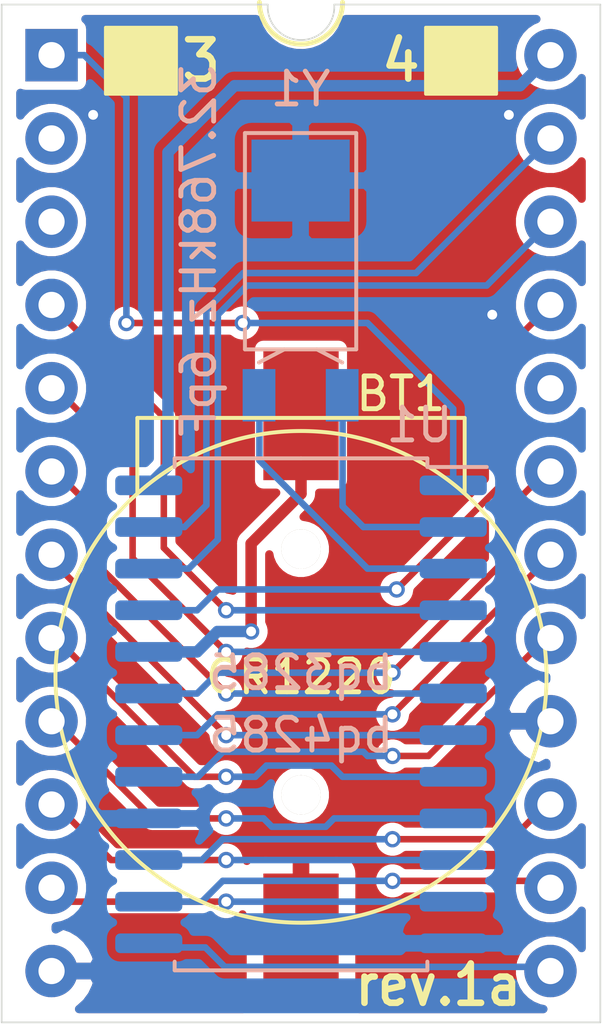
<source format=kicad_pcb>
(kicad_pcb (version 20171130) (host pcbnew 5.1.12)

  (general
    (thickness 1.6)
    (drawings 14)
    (tracks 136)
    (zones 0)
    (modules 4)
    (nets 24)
  )

  (page A4)
  (title_block
    (title nwX287)
    (date 2021-12-15)
    (rev 1a)
    (company Necroware)
    (comment 1 "by Scorp")
  )

  (layers
    (0 F.Cu signal)
    (31 B.Cu signal)
    (32 B.Adhes user)
    (33 F.Adhes user)
    (34 B.Paste user)
    (35 F.Paste user)
    (36 B.SilkS user)
    (37 F.SilkS user)
    (38 B.Mask user)
    (39 F.Mask user)
    (40 Dwgs.User user)
    (41 Cmts.User user)
    (42 Eco1.User user)
    (43 Eco2.User user)
    (44 Edge.Cuts user)
    (45 Margin user)
    (46 B.CrtYd user)
    (47 F.CrtYd user)
    (48 B.Fab user hide)
    (49 F.Fab user hide)
  )

  (setup
    (last_trace_width 0.2)
    (trace_clearance 0.15)
    (zone_clearance 0.254)
    (zone_45_only no)
    (trace_min 0.2)
    (via_size 0.5)
    (via_drill 0.3)
    (via_min_size 0.4)
    (via_min_drill 0.3)
    (uvia_size 0.3)
    (uvia_drill 0.1)
    (uvias_allowed yes)
    (uvia_min_size 0.2)
    (uvia_min_drill 0.1)
    (edge_width 0.05)
    (segment_width 0.2)
    (pcb_text_width 0.3)
    (pcb_text_size 1.5 1.5)
    (mod_edge_width 0.12)
    (mod_text_size 1 1)
    (mod_text_width 0.15)
    (pad_size 1.524 1.524)
    (pad_drill 0.762)
    (pad_to_mask_clearance 0)
    (aux_axis_origin 0 0)
    (visible_elements FFFFFF7F)
    (pcbplotparams
      (layerselection 0x010fc_ffffffff)
      (usegerberextensions false)
      (usegerberattributes false)
      (usegerberadvancedattributes true)
      (creategerberjobfile true)
      (excludeedgelayer true)
      (linewidth 0.100000)
      (plotframeref false)
      (viasonmask false)
      (mode 1)
      (useauxorigin false)
      (hpglpennumber 1)
      (hpglpenspeed 20)
      (hpglpendiameter 15.000000)
      (psnegative false)
      (psa4output false)
      (plotreference true)
      (plotvalue true)
      (plotinvisibletext false)
      (padsonsilk false)
      (subtractmaskfromsilk false)
      (outputformat 1)
      (mirror false)
      (drillshape 0)
      (scaleselection 1)
      (outputdirectory "./gerber"))
  )

  (net 0 "")
  (net 1 GND)
  (net 2 VCC)
  (net 3 SQW)
  (net 4 AD7)
  (net 5 AD6)
  (net 6 AD5)
  (net 7 AD4)
  (net 8 INT)
  (net 9 AD3)
  (net 10 RST)
  (net 11 AD2)
  (net 12 DS)
  (net 13 AD1)
  (net 14 AD0)
  (net 15 RW)
  (net 16 AS)
  (net 17 CS)
  (net 18 BC)
  (net 19 X2)
  (net 20 X1)
  (net 21 CEO)
  (net 22 CEI)
  (net 23 VOUT)

  (net_class Default "This is the default net class."
    (clearance 0.15)
    (trace_width 0.2)
    (via_dia 0.5)
    (via_drill 0.3)
    (uvia_dia 0.3)
    (uvia_drill 0.1)
    (add_net AD0)
    (add_net AD1)
    (add_net AD2)
    (add_net AD3)
    (add_net AD4)
    (add_net AD5)
    (add_net AD6)
    (add_net AD7)
    (add_net AS)
    (add_net CEI)
    (add_net CEO)
    (add_net CS)
    (add_net DS)
    (add_net INT)
    (add_net "Net-(U2-Pad2)")
    (add_net "Net-(U2-Pad20)")
    (add_net "Net-(U2-Pad3)")
    (add_net RST)
    (add_net RW)
    (add_net SQW)
    (add_net VOUT)
    (add_net X1)
    (add_net X2)
  )

  (net_class Power ""
    (clearance 0.2)
    (trace_width 0.35)
    (via_dia 0.5)
    (via_drill 0.3)
    (uvia_dia 0.3)
    (uvia_drill 0.1)
    (add_net BC)
    (add_net GND)
    (add_net VCC)
  )

  (module nwX287:BatteryHolder_CR1220 (layer F.Cu) (tedit 60A7B985) (tstamp 61BA11EB)
    (at 134.62 98.425 180)
    (path /60A1174E)
    (fp_text reference BT1 (at -3.048 8.636) (layer F.SilkS)
      (effects (font (size 1 1) (thickness 0.15)))
    )
    (fp_text value CR1220 (at 0 0) (layer F.SilkS)
      (effects (font (size 1 1) (thickness 0.15)))
    )
    (fp_line (start 5 7.9) (end 5 5.6) (layer F.SilkS) (width 0.12))
    (fp_line (start -5 7.9) (end 5 7.9) (layer F.SilkS) (width 0.12))
    (fp_line (start -5 5.6) (end -5 7.9) (layer F.SilkS) (width 0.12))
    (fp_circle (center 0 0) (end 0.1 -7.5) (layer F.SilkS) (width 0.12))
    (pad 1 smd rect (at 0 8 180) (size 2.3 4) (layers F.Cu F.Paste F.Mask)
      (net 18 BC))
    (pad 2 smd rect (at 0 -8 180) (size 2.3 4) (layers F.Cu F.Paste F.Mask)
      (net 1 GND))
    (pad "" thru_hole circle (at 0 -3.6 180) (size 1.2 1.2) (drill 1.2) (layers *.Cu F.SilkS))
    (pad "" thru_hole circle (at 0 3.9 180) (size 1.2 1.2) (drill 1.2) (layers *.Cu F.SilkS))
  )

  (module Package_SO:SOIC-24W_7.5x15.4mm_P1.27mm (layer B.Cu) (tedit 5D9F72B1) (tstamp 60BAAB2C)
    (at 134.62 99.568 180)
    (descr "SOIC, 24 Pin (JEDEC MS-013AD, https://www.analog.com/media/en/package-pcb-resources/package/pkg_pdf/soic_wide-rw/RW_24.pdf), generated with kicad-footprint-generator ipc_gullwing_generator.py")
    (tags "SOIC SO")
    (path /60A06FF2)
    (attr smd)
    (fp_text reference U1 (at -3.6195 8.8265) (layer B.SilkS)
      (effects (font (size 1 1) (thickness 0.15)) (justify mirror))
    )
    (fp_text value bq4285 (at 0 -0.635 180) (layer B.SilkS)
      (effects (font (size 1 1) (thickness 0.15)) (justify mirror))
    )
    (fp_line (start 0 -7.81) (end 3.86 -7.81) (layer B.SilkS) (width 0.12))
    (fp_line (start 3.86 -7.81) (end 3.86 -7.545) (layer B.SilkS) (width 0.12))
    (fp_line (start 0 -7.81) (end -3.86 -7.81) (layer B.SilkS) (width 0.12))
    (fp_line (start -3.86 -7.81) (end -3.86 -7.545) (layer B.SilkS) (width 0.12))
    (fp_line (start 0 7.81) (end 3.86 7.81) (layer B.SilkS) (width 0.12))
    (fp_line (start 3.86 7.81) (end 3.86 7.545) (layer B.SilkS) (width 0.12))
    (fp_line (start 0 7.81) (end -3.86 7.81) (layer B.SilkS) (width 0.12))
    (fp_line (start -3.86 7.81) (end -3.86 7.545) (layer B.SilkS) (width 0.12))
    (fp_line (start -3.86 7.545) (end -5.675 7.545) (layer B.SilkS) (width 0.12))
    (fp_line (start -2.75 7.7) (end 3.75 7.7) (layer B.Fab) (width 0.1))
    (fp_line (start 3.75 7.7) (end 3.75 -7.7) (layer B.Fab) (width 0.1))
    (fp_line (start 3.75 -7.7) (end -3.75 -7.7) (layer B.Fab) (width 0.1))
    (fp_line (start -3.75 -7.7) (end -3.75 6.7) (layer B.Fab) (width 0.1))
    (fp_line (start -3.75 6.7) (end -2.75 7.7) (layer B.Fab) (width 0.1))
    (fp_line (start -5.93 7.95) (end -5.93 -7.95) (layer B.CrtYd) (width 0.05))
    (fp_line (start -5.93 -7.95) (end 5.93 -7.95) (layer B.CrtYd) (width 0.05))
    (fp_line (start 5.93 -7.95) (end 5.93 7.95) (layer B.CrtYd) (width 0.05))
    (fp_line (start 5.93 7.95) (end -5.93 7.95) (layer B.CrtYd) (width 0.05))
    (fp_text user bq3285 (at 0 1.27) (layer B.SilkS)
      (effects (font (size 1 1) (thickness 0.15)) (justify mirror))
    )
    (pad 24 smd roundrect (at 4.65 6.985 180) (size 2.05 0.6) (layers B.Cu B.Paste B.Mask) (roundrect_rratio 0.25)
      (net 2 VCC))
    (pad 23 smd roundrect (at 4.65 5.715 180) (size 2.05 0.6) (layers B.Cu B.Paste B.Mask) (roundrect_rratio 0.25)
      (net 3 SQW))
    (pad 22 smd roundrect (at 4.65 4.445 180) (size 2.05 0.6) (layers B.Cu B.Paste B.Mask) (roundrect_rratio 0.25)
      (net 21 CEO))
    (pad 21 smd roundrect (at 4.65 3.175 180) (size 2.05 0.6) (layers B.Cu B.Paste B.Mask) (roundrect_rratio 0.25)
      (net 22 CEI))
    (pad 20 smd roundrect (at 4.65 1.905 180) (size 2.05 0.6) (layers B.Cu B.Paste B.Mask) (roundrect_rratio 0.25)
      (net 18 BC))
    (pad 19 smd roundrect (at 4.65 0.635 180) (size 2.05 0.6) (layers B.Cu B.Paste B.Mask) (roundrect_rratio 0.25)
      (net 8 INT))
    (pad 18 smd roundrect (at 4.65 -0.635 180) (size 2.05 0.6) (layers B.Cu B.Paste B.Mask) (roundrect_rratio 0.25)
      (net 10 RST))
    (pad 17 smd roundrect (at 4.65 -1.905 180) (size 2.05 0.6) (layers B.Cu B.Paste B.Mask) (roundrect_rratio 0.25)
      (net 12 DS))
    (pad 16 smd roundrect (at 4.65 -3.175 180) (size 2.05 0.6) (layers B.Cu B.Paste B.Mask) (roundrect_rratio 0.25)
      (net 1 GND))
    (pad 15 smd roundrect (at 4.65 -4.445 180) (size 2.05 0.6) (layers B.Cu B.Paste B.Mask) (roundrect_rratio 0.25)
      (net 15 RW))
    (pad 14 smd roundrect (at 4.65 -5.715 180) (size 2.05 0.6) (layers B.Cu B.Paste B.Mask) (roundrect_rratio 0.25)
      (net 16 AS))
    (pad 13 smd roundrect (at 4.65 -6.985 180) (size 2.05 0.6) (layers B.Cu B.Paste B.Mask) (roundrect_rratio 0.25)
      (net 17 CS))
    (pad 12 smd roundrect (at -4.65 -6.985 180) (size 2.05 0.6) (layers B.Cu B.Paste B.Mask) (roundrect_rratio 0.25)
      (net 1 GND))
    (pad 11 smd roundrect (at -4.65 -5.715 180) (size 2.05 0.6) (layers B.Cu B.Paste B.Mask) (roundrect_rratio 0.25)
      (net 4 AD7))
    (pad 10 smd roundrect (at -4.65 -4.445 180) (size 2.05 0.6) (layers B.Cu B.Paste B.Mask) (roundrect_rratio 0.25)
      (net 5 AD6))
    (pad 9 smd roundrect (at -4.65 -3.175 180) (size 2.05 0.6) (layers B.Cu B.Paste B.Mask) (roundrect_rratio 0.25)
      (net 6 AD5))
    (pad 8 smd roundrect (at -4.65 -1.905 180) (size 2.05 0.6) (layers B.Cu B.Paste B.Mask) (roundrect_rratio 0.25)
      (net 7 AD4))
    (pad 7 smd roundrect (at -4.65 -0.635 180) (size 2.05 0.6) (layers B.Cu B.Paste B.Mask) (roundrect_rratio 0.25)
      (net 9 AD3))
    (pad 6 smd roundrect (at -4.65 0.635 180) (size 2.05 0.6) (layers B.Cu B.Paste B.Mask) (roundrect_rratio 0.25)
      (net 11 AD2))
    (pad 5 smd roundrect (at -4.65 1.905 180) (size 2.05 0.6) (layers B.Cu B.Paste B.Mask) (roundrect_rratio 0.25)
      (net 13 AD1))
    (pad 4 smd roundrect (at -4.65 3.175 180) (size 2.05 0.6) (layers B.Cu B.Paste B.Mask) (roundrect_rratio 0.25)
      (net 14 AD0))
    (pad 3 smd roundrect (at -4.65 4.445 180) (size 2.05 0.6) (layers B.Cu B.Paste B.Mask) (roundrect_rratio 0.25)
      (net 19 X2))
    (pad 2 smd roundrect (at -4.65 5.715 180) (size 2.05 0.6) (layers B.Cu B.Paste B.Mask) (roundrect_rratio 0.25)
      (net 20 X1))
    (pad 1 smd roundrect (at -4.65 6.985 180) (size 2.05 0.6) (layers B.Cu B.Paste B.Mask) (roundrect_rratio 0.25)
      (net 23 VOUT))
    (model ${KISYS3DMOD}/Package_SO.3dshapes/SOIC-24W_7.5x15.4mm_P1.27mm.wrl
      (at (xyz 0 0 0))
      (scale (xyz 1 1 1))
      (rotate (xyz 0 0 0))
    )
  )

  (module Package_DIP:DIP-24_W15.24mm_Socket (layer F.Cu) (tedit 60A81ED2) (tstamp 60AA500D)
    (at 127 79.459001)
    (descr "24-lead though-hole mounted DIP package, row spacing 15.24 mm (600 mils), Socket")
    (tags "THT DIP DIL PDIP 2.54mm 15.24mm 600mil Socket")
    (path /60A068FA)
    (fp_text reference U2 (at 7.62 -2.33) (layer F.SilkS) hide
      (effects (font (size 1 1) (thickness 0.15)))
    )
    (fp_text value socket (at 7.62 30.27) (layer F.Fab) hide
      (effects (font (size 1 1) (thickness 0.15)))
    )
    (fp_line (start 16.8 -1.6) (end -1.55 -1.6) (layer F.CrtYd) (width 0.05))
    (fp_line (start 16.8 29.55) (end 16.8 -1.6) (layer F.CrtYd) (width 0.05))
    (fp_line (start -1.55 29.55) (end 16.8 29.55) (layer F.CrtYd) (width 0.05))
    (fp_line (start -1.55 -1.6) (end -1.55 29.55) (layer F.CrtYd) (width 0.05))
    (fp_line (start 16.51 -1.33) (end -1.27 -1.33) (layer F.Fab) (width 0.1))
    (fp_line (start 16.51 29.27) (end 16.51 -1.33) (layer F.Fab) (width 0.1))
    (fp_line (start -1.27 29.27) (end 16.51 29.27) (layer F.Fab) (width 0.1))
    (fp_line (start -1.27 -1.33) (end -1.27 29.27) (layer F.Fab) (width 0.1))
    (fp_line (start 0.255 -0.27) (end 1.255 -1.27) (layer F.Fab) (width 0.1))
    (fp_line (start 0.255 29.21) (end 0.255 -0.27) (layer F.Fab) (width 0.1))
    (fp_line (start 14.985 29.21) (end 0.255 29.21) (layer F.Fab) (width 0.1))
    (fp_line (start 14.985 -1.27) (end 14.985 29.21) (layer F.Fab) (width 0.1))
    (fp_line (start 1.255 -1.27) (end 14.985 -1.27) (layer F.Fab) (width 0.1))
    (fp_text user %R (at 7.62 13.97) (layer F.Fab) hide
      (effects (font (size 1 1) (thickness 0.15)))
    )
    (pad 24 thru_hole oval (at 15.24 0) (size 1.6 1.6) (drill 0.8) (layers *.Cu *.Mask)
      (net 2 VCC))
    (pad 12 thru_hole oval (at 0 27.94) (size 1.6 1.6) (drill 0.8) (layers *.Cu *.Mask)
      (net 1 GND))
    (pad 23 thru_hole oval (at 15.24 2.54) (size 1.6 1.6) (drill 0.8) (layers *.Cu *.Mask)
      (net 3 SQW))
    (pad 11 thru_hole oval (at 0 25.4) (size 1.6 1.6) (drill 0.8) (layers *.Cu *.Mask)
      (net 4 AD7))
    (pad 22 thru_hole oval (at 15.24 5.08) (size 1.6 1.6) (drill 0.8) (layers *.Cu *.Mask)
      (net 21 CEO))
    (pad 10 thru_hole oval (at 0 22.86) (size 1.6 1.6) (drill 0.8) (layers *.Cu *.Mask)
      (net 5 AD6))
    (pad 21 thru_hole oval (at 15.24 7.62) (size 1.6 1.6) (drill 0.8) (layers *.Cu *.Mask)
      (net 22 CEI))
    (pad 9 thru_hole oval (at 0 20.32) (size 1.6 1.6) (drill 0.8) (layers *.Cu *.Mask)
      (net 6 AD5))
    (pad 20 thru_hole oval (at 15.24 10.16) (size 1.6 1.6) (drill 0.8) (layers *.Cu *.Mask))
    (pad 8 thru_hole oval (at 0 17.78) (size 1.6 1.6) (drill 0.8) (layers *.Cu *.Mask)
      (net 7 AD4))
    (pad 19 thru_hole oval (at 15.24 12.7) (size 1.6 1.6) (drill 0.8) (layers *.Cu *.Mask)
      (net 8 INT))
    (pad 7 thru_hole oval (at 0 15.24) (size 1.6 1.6) (drill 0.8) (layers *.Cu *.Mask)
      (net 9 AD3))
    (pad 18 thru_hole oval (at 15.24 15.24) (size 1.6 1.6) (drill 0.8) (layers *.Cu *.Mask)
      (net 10 RST))
    (pad 6 thru_hole oval (at 0 12.7) (size 1.6 1.6) (drill 0.8) (layers *.Cu *.Mask)
      (net 11 AD2))
    (pad 17 thru_hole oval (at 15.24 17.78) (size 1.6 1.6) (drill 0.8) (layers *.Cu *.Mask)
      (net 12 DS))
    (pad 5 thru_hole oval (at 0 10.16) (size 1.6 1.6) (drill 0.8) (layers *.Cu *.Mask)
      (net 13 AD1))
    (pad 16 thru_hole oval (at 15.24 20.32) (size 1.6 1.6) (drill 0.8) (layers *.Cu *.Mask)
      (net 1 GND))
    (pad 4 thru_hole oval (at 0 7.62) (size 1.6 1.6) (drill 0.8) (layers *.Cu *.Mask)
      (net 14 AD0))
    (pad 15 thru_hole oval (at 15.24 22.86) (size 1.6 1.6) (drill 0.8) (layers *.Cu *.Mask)
      (net 15 RW))
    (pad 3 thru_hole oval (at 0 5.08) (size 1.6 1.6) (drill 0.8) (layers *.Cu *.Mask))
    (pad 14 thru_hole oval (at 15.24 25.4) (size 1.6 1.6) (drill 0.8) (layers *.Cu *.Mask)
      (net 16 AS))
    (pad 2 thru_hole oval (at 0 2.54) (size 1.6 1.6) (drill 0.8) (layers *.Cu *.Mask))
    (pad 13 thru_hole oval (at 15.24 27.94) (size 1.6 1.6) (drill 0.8) (layers *.Cu *.Mask)
      (net 17 CS))
    (pad 1 thru_hole rect (at 0 0) (size 1.6 1.6) (drill 0.8) (layers *.Cu *.Mask)
      (net 23 VOUT))
    (model ${KISYS3DMOD}/Package_DIP.3dshapes/DIP-24_W15.24mm_Socket.wrl
      (at (xyz 0 0 0))
      (scale (xyz 1 1 1))
      (rotate (xyz 0 0 0))
    )
  )

  (module Crystal:Crystal_SMD_FrontierElectronics_FM206 (layer B.Cu) (tedit 5A1AD604) (tstamp 60A7C320)
    (at 134.6073 86.3346)
    (descr "SMD Watch Crystal FrontierElectronics FM206 6.0mm length 1.9mm diameter http://www.chinafronter.com/wp-content/uploads/2013/12/FM206.pdf")
    (tags ['FM206'])
    (path /60A0ABAA)
    (attr smd)
    (fp_text reference Y1 (at 0 -5.842 180) (layer B.SilkS)
      (effects (font (size 1 1) (thickness 0.15)) (justify mirror))
    )
    (fp_text value "32.768kHz 6pF" (at -3.1115 -0.889 90) (layer B.SilkS)
      (effects (font (size 1 1) (thickness 0.15)) (justify mirror))
    )
    (fp_line (start 2.1 4.63) (end -2.1 4.63) (layer B.CrtYd) (width 0.05))
    (fp_line (start 2.1 -5.07) (end 2.1 4.63) (layer B.CrtYd) (width 0.05))
    (fp_line (start -2.1 -5.07) (end 2.1 -5.07) (layer B.CrtYd) (width 0.05))
    (fp_line (start -2.1 4.63) (end -2.1 -5.07) (layer B.CrtYd) (width 0.05))
    (fp_line (start 1.27 2.5) (end 1.27 2.5) (layer B.SilkS) (width 0.12))
    (fp_line (start 0.5 2.1) (end 1.27 2.5) (layer B.SilkS) (width 0.12))
    (fp_line (start -1.27 2.5) (end -1.27 2.5) (layer B.SilkS) (width 0.12))
    (fp_line (start -0.5 2.1) (end -1.27 2.5) (layer B.SilkS) (width 0.12))
    (fp_line (start 1.7 2.1) (end -1.7 2.1) (layer B.SilkS) (width 0.12))
    (fp_line (start 1.7 -4.5) (end 1.7 2.1) (layer B.SilkS) (width 0.12))
    (fp_line (start -1.7 -4.5) (end 1.7 -4.5) (layer B.SilkS) (width 0.12))
    (fp_line (start -1.7 2.1) (end -1.7 -4.5) (layer B.SilkS) (width 0.12))
    (fp_line (start 1.27 2.7) (end 1.27 3.5) (layer B.Fab) (width 0.1))
    (fp_line (start 0.5 1.9) (end 1.27 2.7) (layer B.Fab) (width 0.1))
    (fp_line (start -1.27 2.7) (end -1.27 3.5) (layer B.Fab) (width 0.1))
    (fp_line (start -0.5 1.9) (end -1.27 2.7) (layer B.Fab) (width 0.1))
    (fp_line (start 0.95 1.9) (end -0.95 1.9) (layer B.Fab) (width 0.1))
    (fp_line (start 0.95 -4.1) (end 0.95 1.9) (layer B.Fab) (width 0.1))
    (fp_line (start -0.95 -4.1) (end 0.95 -4.1) (layer B.Fab) (width 0.1))
    (fp_line (start -0.95 1.9) (end -0.95 -4.1) (layer B.Fab) (width 0.1))
    (fp_text user %R (at 0 -0.3 180) (layer B.Fab)
      (effects (font (size 0.6 0.6) (thickness 0.09)) (justify mirror))
    )
    (pad 3 smd rect (at 0 -3.05) (size 3 2.5) (layers B.Cu B.Paste B.Mask)
      (net 1 GND))
    (pad 2 smd rect (at 1.27 3.5) (size 1 1.6) (layers B.Cu B.Paste B.Mask)
      (net 20 X1))
    (pad 1 smd rect (at -1.27 3.5) (size 1 1.6) (layers B.Cu B.Paste B.Mask)
      (net 19 X2))
    (model ${KISYS3DMOD}/Crystal.3dshapes/Crystal_SMD_FrontierElectronics_FM206.wrl
      (offset (xyz 0 0.224999996200839 0))
      (scale (xyz 1 1 1))
      (rotate (xyz 0 0 0))
    )
  )

  (gr_arc (start 134.62 77.851) (end 133.35 77.851) (angle -180) (layer F.SilkS) (width 0.15))
  (gr_text 4 (at 137.668 79.629) (layer F.SilkS) (tstamp 60C9213F)
    (effects (font (size 1.2 1.2) (thickness 0.2)))
  )
  (gr_text 3 (at 131.572 79.629) (layer F.SilkS)
    (effects (font (size 1.2 1.2) (thickness 0.2)))
  )
  (gr_poly (pts (xy 140.589 80.645) (xy 138.43 80.645) (xy 138.43 78.613) (xy 140.589 78.613)) (layer F.SilkS) (width 0.1) (tstamp 60C92111))
  (gr_poly (pts (xy 130.81 80.645) (xy 128.651 80.645) (xy 128.651 78.613) (xy 130.81 78.613)) (layer F.SilkS) (width 0.1))
  (gr_line (start 125.476 77.9145) (end 133.604 77.9145) (layer Edge.Cuts) (width 0.05) (tstamp 60A7EEEB))
  (gr_arc (start 134.62 77.978) (end 133.604 77.9145) (angle -187.1526687) (layer Edge.Cuts) (width 0.05))
  (gr_text rev.1a (at 138.811 107.823) (layer F.SilkS) (tstamp 60A873CF)
    (effects (font (size 1.2 1.1) (thickness 0.2)))
  )
  (gr_line (start 125.476 108.966) (end 125.476 77.9145) (layer Edge.Cuts) (width 0.05))
  (gr_line (start 143.764 108.966) (end 125.476 108.966) (layer Edge.Cuts) (width 0.05))
  (gr_line (start 143.764 77.9145) (end 143.764 108.966) (layer Edge.Cuts) (width 0.05))
  (gr_line (start 135.636 77.9145) (end 143.764 77.9145) (layer Edge.Cuts) (width 0.05))
  (gr_text "by Necroware" (at 134.62 85.344) (layer F.Mask) (tstamp 60C8F52D)
    (effects (font (size 1.7 1.2) (thickness 0.25)))
  )
  (gr_text nwX287 (at 134.747 82.55) (layer F.Mask) (tstamp 60C91C36)
    (effects (font (size 1.8 1.8) (thickness 0.35)))
  )

  (via micro (at 128.27 81.28) (size 0.5) (drill 0.3) (layers F.Cu B.Cu) (net 1))
  (via micro (at 140.97 81.28) (size 0.5) (drill 0.3) (layers F.Cu B.Cu) (net 1) (tstamp 60C79BE7))
  (via micro (at 140.462 87.376) (size 0.5) (drill 0.3) (layers F.Cu B.Cu) (net 1) (tstamp 60C7A5EE))
  (segment (start 141.308001 80.391) (end 142.24 79.459001) (width 0.35) (layer B.Cu) (net 2))
  (segment (start 132.588 80.391) (end 141.308001 80.391) (width 0.35) (layer B.Cu) (net 2))
  (segment (start 130.556 82.423) (end 132.588 80.391) (width 0.35) (layer B.Cu) (net 2))
  (segment (start 130.556 91.997) (end 130.556 82.423) (width 0.35) (layer B.Cu) (net 2))
  (segment (start 129.97 92.583) (end 130.556 91.997) (width 0.35) (layer B.Cu) (net 2))
  (segment (start 131.064 93.853) (end 131.729989 93.187011) (width 0.2) (layer B.Cu) (net 3))
  (segment (start 129.97 93.853) (end 131.064 93.853) (width 0.2) (layer B.Cu) (net 3))
  (segment (start 131.729989 93.187011) (end 131.72999 87.23102) (width 0.2) (layer B.Cu) (net 3))
  (segment (start 131.72999 87.23102) (end 132.85501 86.106) (width 0.2) (layer B.Cu) (net 3))
  (segment (start 132.85501 86.106) (end 138.133001 86.106) (width 0.2) (layer B.Cu) (net 3))
  (segment (start 138.133001 86.106) (end 141.440001 82.799) (width 0.2) (layer B.Cu) (net 3))
  (segment (start 141.440001 82.799) (end 142.24 81.999001) (width 0.2) (layer B.Cu) (net 3))
  (via micro (at 132.334 105.283) (size 0.5) (drill 0.3) (layers F.Cu B.Cu) (net 4))
  (segment (start 139.27 105.283) (end 132.334 105.283) (width 0.2) (layer B.Cu) (net 4))
  (segment (start 127.550999 105.283) (end 127 104.732001) (width 0.2) (layer F.Cu) (net 4))
  (segment (start 132.334 105.283) (end 127.550999 105.283) (width 0.2) (layer F.Cu) (net 4))
  (via micro (at 132.334 104.013) (size 0.5) (drill 0.3) (layers F.Cu B.Cu) (net 5))
  (segment (start 132.334 104.013) (end 139.27 104.013) (width 0.2) (layer B.Cu) (net 5))
  (segment (start 128.820999 104.013) (end 127 102.192001) (width 0.2) (layer F.Cu) (net 5))
  (segment (start 132.334 104.013) (end 128.820999 104.013) (width 0.2) (layer F.Cu) (net 5))
  (via micro (at 132.334 102.743) (size 0.5) (drill 0.3) (layers F.Cu B.Cu) (net 6))
  (segment (start 130.090999 102.743) (end 127 99.652001) (width 0.2) (layer F.Cu) (net 6))
  (segment (start 132.334 102.743) (end 130.090999 102.743) (width 0.2) (layer F.Cu) (net 6))
  (segment (start 135.630001 102.743) (end 139.27 102.743) (width 0.2) (layer B.Cu) (net 6))
  (segment (start 135.376001 102.997) (end 135.630001 102.743) (width 0.2) (layer B.Cu) (net 6))
  (segment (start 133.731 102.997) (end 135.376001 102.997) (width 0.2) (layer B.Cu) (net 6))
  (segment (start 133.477 102.743) (end 133.731 102.997) (width 0.2) (layer B.Cu) (net 6))
  (segment (start 132.334 102.743) (end 133.477 102.743) (width 0.2) (layer B.Cu) (net 6))
  (via micro (at 132.334 101.473) (size 0.5) (drill 0.3) (layers F.Cu B.Cu) (net 7))
  (segment (start 131.360999 101.473) (end 127 97.112001) (width 0.2) (layer F.Cu) (net 7))
  (segment (start 132.334 101.473) (end 131.360999 101.473) (width 0.2) (layer F.Cu) (net 7))
  (segment (start 135.89 101.473) (end 139.27 101.473) (width 0.2) (layer B.Cu) (net 7))
  (segment (start 135.547999 101.130999) (end 135.89 101.473) (width 0.2) (layer B.Cu) (net 7))
  (segment (start 133.565001 101.130999) (end 135.547999 101.130999) (width 0.2) (layer B.Cu) (net 7))
  (segment (start 133.223 101.473) (end 133.565001 101.130999) (width 0.2) (layer B.Cu) (net 7))
  (segment (start 132.334 101.473) (end 133.223 101.473) (width 0.2) (layer B.Cu) (net 7))
  (via micro (at 137.414 98.298) (size 0.5) (drill 0.3) (layers F.Cu B.Cu) (net 8) (tstamp 60AA50F9))
  (segment (start 132.08 98.298) (end 137.414 98.298) (width 0.2) (layer B.Cu) (net 8))
  (segment (start 131.445 98.933) (end 132.08 98.298) (width 0.2) (layer B.Cu) (net 8))
  (segment (start 129.97 98.933) (end 131.445 98.933) (width 0.2) (layer B.Cu) (net 8))
  (segment (start 140.716 93.556001) (end 142.24 92.032001) (width 0.2) (layer F.Cu) (net 8))
  (segment (start 140.716 94.996) (end 140.716 93.556001) (width 0.2) (layer F.Cu) (net 8))
  (segment (start 137.414 98.298) (end 140.716 94.996) (width 0.2) (layer F.Cu) (net 8))
  (via micro (at 132.334 100.203) (size 0.5) (drill 0.3) (layers F.Cu B.Cu) (net 9))
  (segment (start 128.016 95.885) (end 132.334 100.203) (width 0.2) (layer F.Cu) (net 9))
  (segment (start 127 94.869) (end 128.016 95.885) (width 0.2) (layer F.Cu) (net 9))
  (segment (start 127 94.572001) (end 127 94.869) (width 0.2) (layer F.Cu) (net 9))
  (segment (start 132.334 100.203) (end 139.27 100.203) (width 0.2) (layer B.Cu) (net 9))
  (via micro (at 137.414 99.568) (size 0.5) (drill 0.3) (layers F.Cu B.Cu) (net 10) (tstamp 60AA50F9))
  (segment (start 129.97 100.203) (end 131.445 100.203) (width 0.2) (layer B.Cu) (net 10))
  (segment (start 132.08 99.568) (end 137.414 99.568) (width 0.2) (layer B.Cu) (net 10))
  (segment (start 131.445 100.203) (end 132.08 99.568) (width 0.2) (layer B.Cu) (net 10))
  (segment (start 142.24 94.742) (end 142.24 94.572001) (width 0.2) (layer F.Cu) (net 10))
  (segment (start 137.414 99.568) (end 142.24 94.742) (width 0.2) (layer F.Cu) (net 10))
  (via micro (at 132.334 98.933) (size 0.5) (drill 0.3) (layers F.Cu B.Cu) (net 11))
  (segment (start 132.334 98.933) (end 139.27 98.933) (width 0.2) (layer B.Cu) (net 11))
  (segment (start 128.4605 93.492501) (end 127 92.032001) (width 0.2) (layer F.Cu) (net 11))
  (segment (start 128.4605 95.0595) (end 128.4605 93.492501) (width 0.2) (layer F.Cu) (net 11))
  (segment (start 132.334 98.933) (end 128.4605 95.0595) (width 0.2) (layer F.Cu) (net 11))
  (via micro (at 137.414 100.838) (size 0.5) (drill 0.3) (layers F.Cu B.Cu) (net 12))
  (segment (start 138.514001 100.838) (end 137.414 100.838) (width 0.2) (layer F.Cu) (net 12))
  (segment (start 142.24 97.112001) (end 138.514001 100.838) (width 0.2) (layer F.Cu) (net 12))
  (segment (start 136.525 100.711) (end 136.652 100.838) (width 0.2) (layer B.Cu) (net 12))
  (segment (start 132.236 100.711) (end 136.525 100.711) (width 0.2) (layer B.Cu) (net 12))
  (segment (start 131.474 101.473) (end 132.236 100.711) (width 0.2) (layer B.Cu) (net 12))
  (segment (start 129.97 101.473) (end 131.474 101.473) (width 0.2) (layer B.Cu) (net 12))
  (segment (start 136.652 100.838) (end 137.414 100.838) (width 0.2) (layer B.Cu) (net 12))
  (via micro (at 132.334 97.66571) (size 0.5) (drill 0.3) (layers F.Cu B.Cu) (net 13))
  (segment (start 127 89.492001) (end 129.4765 91.968501) (width 0.2) (layer F.Cu) (net 13))
  (segment (start 139.27 97.663) (end 132.33671 97.663) (width 0.2) (layer B.Cu) (net 13))
  (segment (start 132.33671 97.663) (end 132.334 97.66571) (width 0.2) (layer B.Cu) (net 13))
  (segment (start 129.4765 94.80821) (end 132.334 97.66571) (width 0.2) (layer F.Cu) (net 13))
  (segment (start 129.4765 91.968501) (end 129.4765 94.80821) (width 0.2) (layer F.Cu) (net 13))
  (segment (start 139.27 96.393) (end 132.334 96.393) (width 0.2) (layer B.Cu) (net 14))
  (via micro (at 132.334 96.393) (size 0.5) (drill 0.3) (layers F.Cu B.Cu) (net 14))
  (segment (start 130.429 94.488) (end 132.334 96.393) (width 0.2) (layer F.Cu) (net 14))
  (segment (start 130.429 90.508001) (end 130.429 94.488) (width 0.2) (layer F.Cu) (net 14))
  (segment (start 127 87.079001) (end 130.429 90.508001) (width 0.2) (layer F.Cu) (net 14))
  (via micro (at 137.414 103.378) (size 0.5) (drill 0.3) (layers F.Cu B.Cu) (net 15) (tstamp 60AA50F9))
  (segment (start 129.97 104.14) (end 130.048 104.062) (width 0.2) (layer B.Cu) (net 15))
  (segment (start 130.048 104.062) (end 130.048 104.013) (width 0.2) (layer B.Cu) (net 15))
  (segment (start 132.228998 103.378) (end 137.414 103.378) (width 0.2) (layer B.Cu) (net 15))
  (segment (start 131.593998 104.013) (end 132.228998 103.378) (width 0.2) (layer B.Cu) (net 15))
  (segment (start 129.97 104.013) (end 131.593998 104.013) (width 0.2) (layer B.Cu) (net 15))
  (segment (start 141.054001 103.378) (end 142.24 102.192001) (width 0.2) (layer F.Cu) (net 15))
  (segment (start 137.414 103.378) (end 141.054001 103.378) (width 0.2) (layer F.Cu) (net 15))
  (via micro (at 137.414 104.648) (size 0.5) (drill 0.3) (layers F.Cu B.Cu) (net 16) (tstamp 60AA55BC))
  (segment (start 132.228998 104.648) (end 137.414 104.648) (width 0.2) (layer B.Cu) (net 16))
  (segment (start 131.593998 105.283) (end 132.228998 104.648) (width 0.2) (layer B.Cu) (net 16))
  (segment (start 129.97 105.283) (end 131.593998 105.283) (width 0.2) (layer B.Cu) (net 16))
  (segment (start 142.155999 104.648) (end 142.24 104.732001) (width 0.2) (layer F.Cu) (net 16))
  (segment (start 137.414 104.648) (end 142.155999 104.648) (width 0.2) (layer F.Cu) (net 16))
  (segment (start 132.291001 107.272001) (end 142.24 107.272001) (width 0.2) (layer B.Cu) (net 17))
  (segment (start 131.699 106.68) (end 132.291001 107.272001) (width 0.2) (layer B.Cu) (net 17))
  (segment (start 129.97 106.68) (end 131.699 106.68) (width 0.2) (layer B.Cu) (net 17))
  (via (at 133.096004 97.0407) (size 0.5) (drill 0.3) (layers F.Cu B.Cu) (net 18))
  (segment (start 132.0673 97.0407) (end 133.096004 97.0407) (width 0.35) (layer B.Cu) (net 18))
  (segment (start 129.97 97.663) (end 131.445 97.663) (width 0.35) (layer B.Cu) (net 18))
  (segment (start 131.445 97.663) (end 132.0673 97.0407) (width 0.35) (layer B.Cu) (net 18))
  (segment (start 133.096004 96.687147) (end 133.096004 97.0407) (width 0.35) (layer F.Cu) (net 18))
  (segment (start 133.096004 94.360996) (end 133.096004 96.687147) (width 0.35) (layer F.Cu) (net 18))
  (segment (start 134.62 92.837) (end 133.096004 94.360996) (width 0.35) (layer F.Cu) (net 18))
  (segment (start 134.62 90.426) (end 134.62 92.837) (width 0.35) (layer F.Cu) (net 18))
  (segment (start 136.652 95.123) (end 139.27 95.123) (width 0.2) (layer B.Cu) (net 19))
  (segment (start 133.35 91.821) (end 136.652 95.123) (width 0.2) (layer B.Cu) (net 19))
  (segment (start 133.35 89.9235) (end 133.35 91.821) (width 0.2) (layer B.Cu) (net 19))
  (segment (start 133.2865 89.86) (end 133.35 89.9235) (width 0.2) (layer B.Cu) (net 19))
  (segment (start 136.525 93.853) (end 139.27 93.853) (width 0.2) (layer B.Cu) (net 20))
  (segment (start 135.89 93.218) (end 136.525 93.853) (width 0.2) (layer B.Cu) (net 20))
  (segment (start 135.89 90.0049) (end 135.89 93.218) (width 0.2) (layer B.Cu) (net 20))
  (segment (start 140.292001 86.487) (end 142.24 84.539001) (width 0.2) (layer B.Cu) (net 21))
  (segment (start 132.969 86.487) (end 140.292001 86.487) (width 0.2) (layer B.Cu) (net 21))
  (segment (start 132.08 87.376) (end 132.969 86.487) (width 0.2) (layer B.Cu) (net 21))
  (segment (start 132.08 94.234) (end 132.08 87.376) (width 0.2) (layer B.Cu) (net 21))
  (segment (start 129.97 95.123) (end 131.191 95.123) (width 0.2) (layer B.Cu) (net 21))
  (segment (start 131.191 95.123) (end 132.08 94.234) (width 0.2) (layer B.Cu) (net 21))
  (via micro (at 137.541 95.758) (size 0.5) (drill 0.3) (layers F.Cu B.Cu) (net 22))
  (segment (start 129.97 96.393) (end 131.445 96.393) (width 0.2) (layer B.Cu) (net 22))
  (segment (start 132.08 95.758) (end 137.541 95.758) (width 0.2) (layer B.Cu) (net 22))
  (segment (start 131.445 96.393) (end 132.08 95.758) (width 0.2) (layer B.Cu) (net 22))
  (segment (start 142.24 87.079001) (end 140.716 88.603001) (width 0.2) (layer F.Cu) (net 22))
  (segment (start 140.716 88.603001) (end 140.716 92.583) (width 0.2) (layer F.Cu) (net 22))
  (segment (start 140.716 92.583) (end 137.541 95.758) (width 0.2) (layer F.Cu) (net 22))
  (via micro (at 132.842 87.630004) (size 0.5) (drill 0.3) (layers F.Cu B.Cu) (net 23))
  (segment (start 139.27 92.583) (end 139.27 90.248) (width 0.2) (layer B.Cu) (net 23))
  (segment (start 139.27 90.248) (end 136.652004 87.630004) (width 0.2) (layer B.Cu) (net 23))
  (segment (start 136.652004 87.630004) (end 132.842 87.630004) (width 0.2) (layer B.Cu) (net 23))
  (segment (start 129.286004 87.630004) (end 129.286 87.63) (width 0.2) (layer F.Cu) (net 23))
  (segment (start 132.842 87.630004) (end 129.286004 87.630004) (width 0.2) (layer F.Cu) (net 23))
  (segment (start 129.286 80.745001) (end 129.286 87.63) (width 0.2) (layer B.Cu) (net 23))
  (segment (start 127 79.459001) (end 128 79.459001) (width 0.2) (layer B.Cu) (net 23))
  (segment (start 128 79.459001) (end 129.286 80.745001) (width 0.2) (layer B.Cu) (net 23))
  (via micro (at 129.286 87.63) (size 0.5) (drill 0.3) (layers F.Cu B.Cu) (net 23))

  (zone (net 1) (net_name GND) (layer F.Cu) (tstamp 60A89D6D) (hatch edge 0.508)
    (connect_pads (clearance 0.254))
    (min_thickness 0.254)
    (fill yes (arc_segments 32) (thermal_gap 0.508) (thermal_bridge_width 0.508))
    (polygon
      (pts
        (xy 143.3195 108.712) (xy 125.9205 108.712) (xy 125.9205 78.232) (xy 143.3195 78.232)
      )
    )
    (filled_polygon
      (pts
        (xy 133.25881 78.392715) (xy 133.26082 78.398016) (xy 133.33259 78.583274) (xy 133.349168 78.616126) (xy 133.365285 78.649205)
        (xy 133.368287 78.654014) (xy 133.474673 78.821805) (xy 133.497349 78.850855) (xy 133.519552 78.88013) (xy 133.52343 78.884265)
        (xy 133.660382 79.028197) (xy 133.688226 79.052251) (xy 133.715734 79.076695) (xy 133.720342 79.079997) (xy 133.882641 79.194587)
        (xy 133.914663 79.212796) (xy 133.946361 79.23141) (xy 133.951523 79.233755) (xy 134.132989 79.314638) (xy 134.16792 79.326274)
        (xy 134.202644 79.338382) (xy 134.208162 79.339679) (xy 134.208165 79.33968) (xy 134.208168 79.33968) (xy 134.401883 79.383776)
        (xy 134.438406 79.388405) (xy 134.474827 79.393539) (xy 134.48049 79.39374) (xy 134.480493 79.39374) (xy 134.679088 79.399369)
        (xy 134.715799 79.396817) (xy 134.752537 79.394778) (xy 134.758133 79.393874) (xy 134.758137 79.393874) (xy 134.954041 79.360822)
        (xy 134.989596 79.351178) (xy 135.0252 79.342052) (xy 135.030511 79.34008) (xy 135.030515 79.340079) (xy 135.030518 79.340077)
        (xy 135.21627 79.269605) (xy 135.249251 79.25325) (xy 135.28243 79.23737) (xy 135.28726 79.234402) (xy 135.45579 79.129189)
        (xy 135.484998 79.106715) (xy 135.514426 79.084719) (xy 135.518584 79.080873) (xy 135.518589 79.080869) (xy 135.518593 79.080864)
        (xy 135.663472 78.944927) (xy 135.68775 78.917218) (xy 135.712355 78.889913) (xy 135.71569 78.885328) (xy 135.83141 78.723832)
        (xy 135.849823 78.69197) (xy 135.868675 78.660375) (xy 135.871056 78.65523) (xy 135.953205 78.474334) (xy 135.965091 78.439467)
        (xy 135.977436 78.404841) (xy 135.978772 78.399331) (xy 135.988249 78.359) (xy 141.809538 78.359) (xy 141.680587 78.412413)
        (xy 141.487157 78.541659) (xy 141.322658 78.706158) (xy 141.193412 78.899588) (xy 141.104386 79.114516) (xy 141.059 79.342683)
        (xy 141.059 79.575319) (xy 141.104386 79.803486) (xy 141.193412 80.018414) (xy 141.322658 80.211844) (xy 141.487157 80.376343)
        (xy 141.680587 80.505589) (xy 141.895515 80.594615) (xy 142.123682 80.640001) (xy 142.356318 80.640001) (xy 142.584485 80.594615)
        (xy 142.799413 80.505589) (xy 142.992843 80.376343) (xy 143.157342 80.211844) (xy 143.1925 80.159226) (xy 143.1925 81.298776)
        (xy 143.157342 81.246158) (xy 142.992843 81.081659) (xy 142.799413 80.952413) (xy 142.584485 80.863387) (xy 142.356318 80.818001)
        (xy 142.123682 80.818001) (xy 141.895515 80.863387) (xy 141.680587 80.952413) (xy 141.487157 81.081659) (xy 141.322658 81.246158)
        (xy 141.193412 81.439588) (xy 141.104386 81.654516) (xy 141.059 81.882683) (xy 141.059 82.115319) (xy 141.104386 82.343486)
        (xy 141.193412 82.558414) (xy 141.322658 82.751844) (xy 141.487157 82.916343) (xy 141.680587 83.045589) (xy 141.895515 83.134615)
        (xy 142.123682 83.180001) (xy 142.356318 83.180001) (xy 142.584485 83.134615) (xy 142.799413 83.045589) (xy 142.992843 82.916343)
        (xy 143.157342 82.751844) (xy 143.1925 82.699226) (xy 143.1925 83.838776) (xy 143.157342 83.786158) (xy 142.992843 83.621659)
        (xy 142.799413 83.492413) (xy 142.584485 83.403387) (xy 142.356318 83.358001) (xy 142.123682 83.358001) (xy 141.895515 83.403387)
        (xy 141.680587 83.492413) (xy 141.487157 83.621659) (xy 141.322658 83.786158) (xy 141.193412 83.979588) (xy 141.104386 84.194516)
        (xy 141.059 84.422683) (xy 141.059 84.655319) (xy 141.104386 84.883486) (xy 141.193412 85.098414) (xy 141.322658 85.291844)
        (xy 141.487157 85.456343) (xy 141.680587 85.585589) (xy 141.895515 85.674615) (xy 142.123682 85.720001) (xy 142.356318 85.720001)
        (xy 142.584485 85.674615) (xy 142.799413 85.585589) (xy 142.992843 85.456343) (xy 143.157342 85.291844) (xy 143.1925 85.239226)
        (xy 143.1925 86.378776) (xy 143.157342 86.326158) (xy 142.992843 86.161659) (xy 142.799413 86.032413) (xy 142.584485 85.943387)
        (xy 142.356318 85.898001) (xy 142.123682 85.898001) (xy 141.895515 85.943387) (xy 141.680587 86.032413) (xy 141.487157 86.161659)
        (xy 141.322658 86.326158) (xy 141.193412 86.519588) (xy 141.104386 86.734516) (xy 141.059 86.962683) (xy 141.059 87.195319)
        (xy 141.104386 87.423486) (xy 141.136866 87.501899) (xy 140.392594 88.246171) (xy 140.374236 88.261237) (xy 140.314128 88.334479)
        (xy 140.269464 88.418041) (xy 140.250304 88.481205) (xy 140.24196 88.508709) (xy 140.232673 88.603001) (xy 140.235 88.626627)
        (xy 140.235001 92.383762) (xy 137.491764 95.127) (xy 137.478852 95.127) (xy 137.356944 95.151249) (xy 137.242109 95.198815)
        (xy 137.138761 95.26787) (xy 137.05087 95.355761) (xy 136.981815 95.459109) (xy 136.934249 95.573944) (xy 136.91 95.695852)
        (xy 136.91 95.820148) (xy 136.934249 95.942056) (xy 136.981815 96.056891) (xy 137.05087 96.160239) (xy 137.138761 96.24813)
        (xy 137.242109 96.317185) (xy 137.356944 96.364751) (xy 137.478852 96.389) (xy 137.603148 96.389) (xy 137.725056 96.364751)
        (xy 137.839891 96.317185) (xy 137.943239 96.24813) (xy 138.03113 96.160239) (xy 138.100185 96.056891) (xy 138.147751 95.942056)
        (xy 138.172 95.820148) (xy 138.172 95.807236) (xy 140.235001 93.744236) (xy 140.235 94.796763) (xy 137.364764 97.667)
        (xy 137.351852 97.667) (xy 137.229944 97.691249) (xy 137.115109 97.738815) (xy 137.011761 97.80787) (xy 136.92387 97.895761)
        (xy 136.854815 97.999109) (xy 136.807249 98.113944) (xy 136.783 98.235852) (xy 136.783 98.360148) (xy 136.807249 98.482056)
        (xy 136.854815 98.596891) (xy 136.92387 98.700239) (xy 137.011761 98.78813) (xy 137.115109 98.857185) (xy 137.229944 98.904751)
        (xy 137.351852 98.929) (xy 137.372764 98.929) (xy 137.364764 98.937) (xy 137.351852 98.937) (xy 137.229944 98.961249)
        (xy 137.115109 99.008815) (xy 137.011761 99.07787) (xy 136.92387 99.165761) (xy 136.854815 99.269109) (xy 136.807249 99.383944)
        (xy 136.783 99.505852) (xy 136.783 99.630148) (xy 136.807249 99.752056) (xy 136.854815 99.866891) (xy 136.92387 99.970239)
        (xy 137.011761 100.05813) (xy 137.115109 100.127185) (xy 137.229944 100.174751) (xy 137.351852 100.199) (xy 137.476148 100.199)
        (xy 137.598056 100.174751) (xy 137.712891 100.127185) (xy 137.816239 100.05813) (xy 137.90413 99.970239) (xy 137.973185 99.866891)
        (xy 138.020751 99.752056) (xy 138.045 99.630148) (xy 138.045 99.617236) (xy 141.847507 95.81473) (xy 141.895515 95.834615)
        (xy 142.123682 95.880001) (xy 142.356318 95.880001) (xy 142.584485 95.834615) (xy 142.799413 95.745589) (xy 142.992843 95.616343)
        (xy 143.157342 95.451844) (xy 143.1925 95.399226) (xy 143.1925 96.538776) (xy 143.157342 96.486158) (xy 142.992843 96.321659)
        (xy 142.799413 96.192413) (xy 142.584485 96.103387) (xy 142.356318 96.058001) (xy 142.123682 96.058001) (xy 141.895515 96.103387)
        (xy 141.680587 96.192413) (xy 141.487157 96.321659) (xy 141.322658 96.486158) (xy 141.193412 96.679588) (xy 141.104386 96.894516)
        (xy 141.059 97.122683) (xy 141.059 97.355319) (xy 141.101714 97.570051) (xy 138.314765 100.357) (xy 137.825369 100.357)
        (xy 137.816239 100.34787) (xy 137.712891 100.278815) (xy 137.598056 100.231249) (xy 137.476148 100.207) (xy 137.351852 100.207)
        (xy 137.229944 100.231249) (xy 137.115109 100.278815) (xy 137.011761 100.34787) (xy 136.92387 100.435761) (xy 136.854815 100.539109)
        (xy 136.807249 100.653944) (xy 136.783 100.775852) (xy 136.783 100.900148) (xy 136.807249 101.022056) (xy 136.854815 101.136891)
        (xy 136.92387 101.240239) (xy 137.011761 101.32813) (xy 137.115109 101.397185) (xy 137.229944 101.444751) (xy 137.351852 101.469)
        (xy 137.476148 101.469) (xy 137.598056 101.444751) (xy 137.712891 101.397185) (xy 137.816239 101.32813) (xy 137.825369 101.319)
        (xy 138.490375 101.319) (xy 138.514001 101.321327) (xy 138.537627 101.319) (xy 138.608293 101.31204) (xy 138.698962 101.284536)
        (xy 138.782523 101.239872) (xy 138.855765 101.179764) (xy 138.870831 101.161406) (xy 141.061406 98.970832) (xy 141.008963 99.041581)
        (xy 140.888754 99.295914) (xy 140.848096 99.429962) (xy 140.970085 99.652001) (xy 142.113 99.652001) (xy 142.113 99.632001)
        (xy 142.367 99.632001) (xy 142.367 99.652001) (xy 142.387 99.652001) (xy 142.387 99.906001) (xy 142.367 99.906001)
        (xy 142.367 99.926001) (xy 142.113 99.926001) (xy 142.113 99.906001) (xy 140.970085 99.906001) (xy 140.848096 100.12804)
        (xy 140.888754 100.262088) (xy 141.008963 100.516421) (xy 141.176481 100.742415) (xy 141.384869 100.931386) (xy 141.626119 101.076071)
        (xy 141.89096 101.17091) (xy 142.112998 101.049626) (xy 142.112998 101.140126) (xy 141.895515 101.183387) (xy 141.680587 101.272413)
        (xy 141.487157 101.401659) (xy 141.322658 101.566158) (xy 141.193412 101.759588) (xy 141.104386 101.974516) (xy 141.059 102.202683)
        (xy 141.059 102.435319) (xy 141.101714 102.650051) (xy 140.854765 102.897) (xy 137.825369 102.897) (xy 137.816239 102.88787)
        (xy 137.712891 102.818815) (xy 137.598056 102.771249) (xy 137.476148 102.747) (xy 137.351852 102.747) (xy 137.229944 102.771249)
        (xy 137.115109 102.818815) (xy 137.011761 102.88787) (xy 136.92387 102.975761) (xy 136.854815 103.079109) (xy 136.807249 103.193944)
        (xy 136.783 103.315852) (xy 136.783 103.440148) (xy 136.807249 103.562056) (xy 136.854815 103.676891) (xy 136.92387 103.780239)
        (xy 137.011761 103.86813) (xy 137.115109 103.937185) (xy 137.229944 103.984751) (xy 137.351852 104.009) (xy 137.476148 104.009)
        (xy 137.598056 103.984751) (xy 137.712891 103.937185) (xy 137.816239 103.86813) (xy 137.825369 103.859) (xy 141.030375 103.859)
        (xy 141.054001 103.861327) (xy 141.077627 103.859) (xy 141.148293 103.85204) (xy 141.238962 103.824536) (xy 141.322523 103.779872)
        (xy 141.395765 103.719764) (xy 141.410831 103.701406) (xy 141.727299 103.384938) (xy 141.895515 103.454615) (xy 142.123682 103.500001)
        (xy 142.356318 103.500001) (xy 142.584485 103.454615) (xy 142.799413 103.365589) (xy 142.992843 103.236343) (xy 143.157342 103.071844)
        (xy 143.1925 103.019226) (xy 143.1925 104.158776) (xy 143.157342 104.106158) (xy 142.992843 103.941659) (xy 142.799413 103.812413)
        (xy 142.584485 103.723387) (xy 142.356318 103.678001) (xy 142.123682 103.678001) (xy 141.895515 103.723387) (xy 141.680587 103.812413)
        (xy 141.487157 103.941659) (xy 141.322658 104.106158) (xy 141.282005 104.167) (xy 137.825369 104.167) (xy 137.816239 104.15787)
        (xy 137.712891 104.088815) (xy 137.598056 104.041249) (xy 137.476148 104.017) (xy 137.351852 104.017) (xy 137.229944 104.041249)
        (xy 137.115109 104.088815) (xy 137.011761 104.15787) (xy 136.92387 104.245761) (xy 136.854815 104.349109) (xy 136.807249 104.463944)
        (xy 136.783 104.585852) (xy 136.783 104.710148) (xy 136.807249 104.832056) (xy 136.854815 104.946891) (xy 136.92387 105.050239)
        (xy 137.011761 105.13813) (xy 137.115109 105.207185) (xy 137.229944 105.254751) (xy 137.351852 105.279) (xy 137.476148 105.279)
        (xy 137.598056 105.254751) (xy 137.712891 105.207185) (xy 137.816239 105.13813) (xy 137.825369 105.129) (xy 141.08957 105.129)
        (xy 141.104386 105.203486) (xy 141.193412 105.418414) (xy 141.322658 105.611844) (xy 141.487157 105.776343) (xy 141.680587 105.905589)
        (xy 141.895515 105.994615) (xy 142.123682 106.040001) (xy 142.356318 106.040001) (xy 142.584485 105.994615) (xy 142.799413 105.905589)
        (xy 142.992843 105.776343) (xy 143.157342 105.611844) (xy 143.1925 105.559226) (xy 143.1925 106.698776) (xy 143.157342 106.646158)
        (xy 142.992843 106.481659) (xy 142.799413 106.352413) (xy 142.584485 106.263387) (xy 142.356318 106.218001) (xy 142.123682 106.218001)
        (xy 141.895515 106.263387) (xy 141.680587 106.352413) (xy 141.487157 106.481659) (xy 141.322658 106.646158) (xy 141.193412 106.839588)
        (xy 141.104386 107.054516) (xy 141.059 107.282683) (xy 141.059 107.515319) (xy 141.104386 107.743486) (xy 141.193412 107.958414)
        (xy 141.322658 108.151844) (xy 141.487157 108.316343) (xy 141.680587 108.445589) (xy 141.895515 108.534615) (xy 142.023132 108.56)
        (xy 136.392621 108.56) (xy 136.395812 108.549482) (xy 136.408072 108.425) (xy 136.405 106.71075) (xy 136.24625 106.552)
        (xy 134.747 106.552) (xy 134.747 106.572) (xy 134.493 106.572) (xy 134.493 106.552) (xy 132.99375 106.552)
        (xy 132.835 106.71075) (xy 132.831928 108.425) (xy 132.844188 108.549482) (xy 132.847379 108.56) (xy 127.840768 108.56)
        (xy 127.855131 108.551386) (xy 128.063519 108.362415) (xy 128.231037 108.136421) (xy 128.351246 107.882088) (xy 128.391904 107.74804)
        (xy 128.269915 107.526001) (xy 127.127 107.526001) (xy 127.127 107.546001) (xy 126.873 107.546001) (xy 126.873 107.526001)
        (xy 126.853 107.526001) (xy 126.853 107.272001) (xy 126.873 107.272001) (xy 126.873 107.252001) (xy 127.127 107.252001)
        (xy 127.127 107.272001) (xy 128.269915 107.272001) (xy 128.391904 107.049962) (xy 128.351246 106.915914) (xy 128.231037 106.661581)
        (xy 128.063519 106.435587) (xy 127.855131 106.246616) (xy 127.613881 106.101931) (xy 127.34904 106.007092) (xy 127.127002 106.128376)
        (xy 127.127002 106.037876) (xy 127.344485 105.994615) (xy 127.559413 105.905589) (xy 127.752843 105.776343) (xy 127.765186 105.764)
        (xy 131.922631 105.764) (xy 131.931761 105.77313) (xy 132.035109 105.842185) (xy 132.149944 105.889751) (xy 132.271852 105.914)
        (xy 132.396148 105.914) (xy 132.518056 105.889751) (xy 132.632891 105.842185) (xy 132.736239 105.77313) (xy 132.82413 105.685239)
        (xy 132.834159 105.670229) (xy 132.835 106.13925) (xy 132.99375 106.298) (xy 134.493 106.298) (xy 134.493 103.94875)
        (xy 134.747 103.94875) (xy 134.747 106.298) (xy 136.24625 106.298) (xy 136.405 106.13925) (xy 136.408072 104.425)
        (xy 136.395812 104.300518) (xy 136.359502 104.18082) (xy 136.300537 104.070506) (xy 136.221185 103.973815) (xy 136.124494 103.894463)
        (xy 136.01418 103.835498) (xy 135.894482 103.799188) (xy 135.77 103.786928) (xy 134.90575 103.79) (xy 134.747 103.94875)
        (xy 134.493 103.94875) (xy 134.33425 103.79) (xy 133.47 103.786928) (xy 133.345518 103.799188) (xy 133.22582 103.835498)
        (xy 133.115506 103.894463) (xy 133.018815 103.973815) (xy 132.965 104.039389) (xy 132.965 103.950852) (xy 132.940751 103.828944)
        (xy 132.893185 103.714109) (xy 132.82413 103.610761) (xy 132.736239 103.52287) (xy 132.632891 103.453815) (xy 132.518056 103.406249)
        (xy 132.396148 103.382) (xy 132.271852 103.382) (xy 132.149944 103.406249) (xy 132.035109 103.453815) (xy 131.931761 103.52287)
        (xy 131.922631 103.532) (xy 129.020236 103.532) (xy 128.138286 102.650051) (xy 128.181 102.435319) (xy 128.181 102.202683)
        (xy 128.135614 101.974516) (xy 128.046588 101.759588) (xy 127.917342 101.566158) (xy 127.752843 101.401659) (xy 127.559413 101.272413)
        (xy 127.344485 101.183387) (xy 127.116318 101.138001) (xy 126.883682 101.138001) (xy 126.655515 101.183387) (xy 126.440587 101.272413)
        (xy 126.247157 101.401659) (xy 126.082658 101.566158) (xy 126.0475 101.618776) (xy 126.0475 100.479226) (xy 126.082658 100.531844)
        (xy 126.247157 100.696343) (xy 126.440587 100.825589) (xy 126.655515 100.914615) (xy 126.883682 100.960001) (xy 127.116318 100.960001)
        (xy 127.344485 100.914615) (xy 127.512701 100.844938) (xy 129.734174 103.066412) (xy 129.749235 103.084764) (xy 129.822477 103.144872)
        (xy 129.823164 103.145239) (xy 129.906037 103.189536) (xy 129.996706 103.21704) (xy 130.090999 103.226327) (xy 130.114625 103.224)
        (xy 131.922631 103.224) (xy 131.931761 103.23313) (xy 132.035109 103.302185) (xy 132.149944 103.349751) (xy 132.271852 103.374)
        (xy 132.396148 103.374) (xy 132.518056 103.349751) (xy 132.632891 103.302185) (xy 132.736239 103.23313) (xy 132.82413 103.145239)
        (xy 132.893185 103.041891) (xy 132.940751 102.927056) (xy 132.965 102.805148) (xy 132.965 102.680852) (xy 132.940751 102.558944)
        (xy 132.893185 102.444109) (xy 132.82413 102.340761) (xy 132.736239 102.25287) (xy 132.632891 102.183815) (xy 132.518056 102.136249)
        (xy 132.396148 102.112) (xy 132.271852 102.112) (xy 132.149944 102.136249) (xy 132.035109 102.183815) (xy 131.931761 102.25287)
        (xy 131.922631 102.262) (xy 130.290236 102.262) (xy 128.138286 100.110051) (xy 128.181 99.895319) (xy 128.181 99.662683)
        (xy 128.135614 99.434516) (xy 128.046588 99.219588) (xy 127.917342 99.026158) (xy 127.752843 98.861659) (xy 127.559413 98.732413)
        (xy 127.344485 98.643387) (xy 127.116318 98.598001) (xy 126.883682 98.598001) (xy 126.655515 98.643387) (xy 126.440587 98.732413)
        (xy 126.247157 98.861659) (xy 126.082658 99.026158) (xy 126.0475 99.078776) (xy 126.0475 97.939226) (xy 126.082658 97.991844)
        (xy 126.247157 98.156343) (xy 126.440587 98.285589) (xy 126.655515 98.374615) (xy 126.883682 98.420001) (xy 127.116318 98.420001)
        (xy 127.344485 98.374615) (xy 127.512701 98.304938) (xy 131.004174 101.796412) (xy 131.019235 101.814764) (xy 131.092477 101.874872)
        (xy 131.176038 101.919536) (xy 131.239202 101.938696) (xy 131.266706 101.94704) (xy 131.360999 101.956327) (xy 131.384625 101.954)
        (xy 131.922631 101.954) (xy 131.931761 101.96313) (xy 132.035109 102.032185) (xy 132.149944 102.079751) (xy 132.271852 102.104)
        (xy 132.396148 102.104) (xy 132.518056 102.079751) (xy 132.632891 102.032185) (xy 132.736239 101.96313) (xy 132.770989 101.92838)
        (xy 133.639 101.92838) (xy 133.639 102.12162) (xy 133.676699 102.311147) (xy 133.750649 102.489678) (xy 133.858007 102.650351)
        (xy 133.994649 102.786993) (xy 134.155322 102.894351) (xy 134.333853 102.968301) (xy 134.52338 103.006) (xy 134.71662 103.006)
        (xy 134.906147 102.968301) (xy 135.084678 102.894351) (xy 135.245351 102.786993) (xy 135.381993 102.650351) (xy 135.489351 102.489678)
        (xy 135.563301 102.311147) (xy 135.601 102.12162) (xy 135.601 101.92838) (xy 135.563301 101.738853) (xy 135.489351 101.560322)
        (xy 135.381993 101.399649) (xy 135.245351 101.263007) (xy 135.084678 101.155649) (xy 134.906147 101.081699) (xy 134.71662 101.044)
        (xy 134.52338 101.044) (xy 134.333853 101.081699) (xy 134.155322 101.155649) (xy 133.994649 101.263007) (xy 133.858007 101.399649)
        (xy 133.750649 101.560322) (xy 133.676699 101.738853) (xy 133.639 101.92838) (xy 132.770989 101.92838) (xy 132.82413 101.875239)
        (xy 132.893185 101.771891) (xy 132.940751 101.657056) (xy 132.965 101.535148) (xy 132.965 101.410852) (xy 132.940751 101.288944)
        (xy 132.893185 101.174109) (xy 132.82413 101.070761) (xy 132.736239 100.98287) (xy 132.632891 100.913815) (xy 132.518056 100.866249)
        (xy 132.396148 100.842) (xy 132.271852 100.842) (xy 132.149944 100.866249) (xy 132.035109 100.913815) (xy 131.931761 100.98287)
        (xy 131.922631 100.992) (xy 131.560236 100.992) (xy 128.138286 97.570051) (xy 128.181 97.355319) (xy 128.181 97.122683)
        (xy 128.135614 96.894516) (xy 128.046588 96.679588) (xy 127.917342 96.486158) (xy 127.752843 96.321659) (xy 127.559413 96.192413)
        (xy 127.344485 96.103387) (xy 127.116318 96.058001) (xy 126.883682 96.058001) (xy 126.655515 96.103387) (xy 126.440587 96.192413)
        (xy 126.247157 96.321659) (xy 126.082658 96.486158) (xy 126.0475 96.538776) (xy 126.0475 95.399226) (xy 126.082658 95.451844)
        (xy 126.247157 95.616343) (xy 126.440587 95.745589) (xy 126.655515 95.834615) (xy 126.883682 95.880001) (xy 127.116318 95.880001)
        (xy 127.295185 95.844422) (xy 127.692587 96.241824) (xy 127.692593 96.241829) (xy 131.703 100.252237) (xy 131.703 100.265148)
        (xy 131.727249 100.387056) (xy 131.774815 100.501891) (xy 131.84387 100.605239) (xy 131.931761 100.69313) (xy 132.035109 100.762185)
        (xy 132.149944 100.809751) (xy 132.271852 100.834) (xy 132.396148 100.834) (xy 132.518056 100.809751) (xy 132.632891 100.762185)
        (xy 132.736239 100.69313) (xy 132.82413 100.605239) (xy 132.893185 100.501891) (xy 132.940751 100.387056) (xy 132.965 100.265148)
        (xy 132.965 100.140852) (xy 132.940751 100.018944) (xy 132.893185 99.904109) (xy 132.82413 99.800761) (xy 132.736239 99.71287)
        (xy 132.632891 99.643815) (xy 132.518056 99.596249) (xy 132.396148 99.572) (xy 132.383237 99.572) (xy 132.375237 99.564)
        (xy 132.396148 99.564) (xy 132.518056 99.539751) (xy 132.632891 99.492185) (xy 132.736239 99.42313) (xy 132.82413 99.335239)
        (xy 132.893185 99.231891) (xy 132.940751 99.117056) (xy 132.965 98.995148) (xy 132.965 98.870852) (xy 132.940751 98.748944)
        (xy 132.893185 98.634109) (xy 132.82413 98.530761) (xy 132.736239 98.44287) (xy 132.632891 98.373815) (xy 132.518056 98.326249)
        (xy 132.396148 98.302) (xy 132.383237 98.302) (xy 132.377947 98.29671) (xy 132.396148 98.29671) (xy 132.518056 98.272461)
        (xy 132.632891 98.224895) (xy 132.736239 98.15584) (xy 132.82413 98.067949) (xy 132.893185 97.964601) (xy 132.940751 97.849766)
        (xy 132.965 97.727858) (xy 132.965 97.658004) (xy 133.033856 97.6717) (xy 133.158152 97.6717) (xy 133.28006 97.647451)
        (xy 133.394895 97.599885) (xy 133.498243 97.53083) (xy 133.586134 97.442939) (xy 133.655189 97.339591) (xy 133.702755 97.224756)
        (xy 133.727004 97.102848) (xy 133.727004 96.978552) (xy 133.702755 96.856644) (xy 133.655189 96.741809) (xy 133.652004 96.737042)
        (xy 133.652004 94.686996) (xy 133.676699 94.811147) (xy 133.750649 94.989678) (xy 133.858007 95.150351) (xy 133.994649 95.286993)
        (xy 134.155322 95.394351) (xy 134.333853 95.468301) (xy 134.52338 95.506) (xy 134.71662 95.506) (xy 134.906147 95.468301)
        (xy 135.084678 95.394351) (xy 135.245351 95.286993) (xy 135.381993 95.150351) (xy 135.489351 94.989678) (xy 135.563301 94.811147)
        (xy 135.601 94.62162) (xy 135.601 94.42838) (xy 135.563301 94.238853) (xy 135.489351 94.060322) (xy 135.381993 93.899649)
        (xy 135.245351 93.763007) (xy 135.084678 93.655649) (xy 134.906147 93.581699) (xy 134.71662 93.544) (xy 134.699303 93.544)
        (xy 134.993843 93.24946) (xy 135.015053 93.232053) (xy 135.03246 93.210843) (xy 135.032464 93.210839) (xy 135.066728 93.169088)
        (xy 135.084534 93.147392) (xy 135.136162 93.050801) (xy 135.167955 92.945995) (xy 135.176 92.864312) (xy 135.176 92.864305)
        (xy 135.178689 92.837) (xy 135.176 92.809696) (xy 135.176 92.807843) (xy 135.77 92.807843) (xy 135.844689 92.800487)
        (xy 135.916508 92.778701) (xy 135.982696 92.743322) (xy 136.040711 92.695711) (xy 136.088322 92.637696) (xy 136.123701 92.571508)
        (xy 136.145487 92.499689) (xy 136.152843 92.425) (xy 136.152843 88.425) (xy 136.145487 88.350311) (xy 136.123701 88.278492)
        (xy 136.088322 88.212304) (xy 136.040711 88.154289) (xy 135.982696 88.106678) (xy 135.916508 88.071299) (xy 135.844689 88.049513)
        (xy 135.77 88.042157) (xy 133.47 88.042157) (xy 133.395311 88.049513) (xy 133.323492 88.071299) (xy 133.258144 88.106229)
        (xy 133.33213 88.032243) (xy 133.401185 87.928895) (xy 133.448751 87.81406) (xy 133.473 87.692152) (xy 133.473 87.567856)
        (xy 133.448751 87.445948) (xy 133.401185 87.331113) (xy 133.33213 87.227765) (xy 133.244239 87.139874) (xy 133.140891 87.070819)
        (xy 133.026056 87.023253) (xy 132.904148 86.999004) (xy 132.779852 86.999004) (xy 132.657944 87.023253) (xy 132.543109 87.070819)
        (xy 132.439761 87.139874) (xy 132.430631 87.149004) (xy 129.697373 87.149004) (xy 129.688239 87.13987) (xy 129.584891 87.070815)
        (xy 129.470056 87.023249) (xy 129.348148 86.999) (xy 129.223852 86.999) (xy 129.101944 87.023249) (xy 128.987109 87.070815)
        (xy 128.883761 87.13987) (xy 128.79587 87.227761) (xy 128.726815 87.331109) (xy 128.679249 87.445944) (xy 128.655 87.567852)
        (xy 128.655 87.692148) (xy 128.679249 87.814056) (xy 128.726815 87.928891) (xy 128.79587 88.032239) (xy 128.883761 88.12013)
        (xy 128.987109 88.189185) (xy 129.101944 88.236751) (xy 129.223852 88.261) (xy 129.348148 88.261) (xy 129.470056 88.236751)
        (xy 129.584891 88.189185) (xy 129.688239 88.12013) (xy 129.697365 88.111004) (xy 132.430631 88.111004) (xy 132.439761 88.120134)
        (xy 132.543109 88.189189) (xy 132.657944 88.236755) (xy 132.779852 88.261004) (xy 132.904148 88.261004) (xy 133.026056 88.236755)
        (xy 133.140891 88.189189) (xy 133.22631 88.132114) (xy 133.199289 88.154289) (xy 133.151678 88.212304) (xy 133.116299 88.278492)
        (xy 133.094513 88.350311) (xy 133.087157 88.425) (xy 133.087157 92.425) (xy 133.094513 92.499689) (xy 133.116299 92.571508)
        (xy 133.151678 92.637696) (xy 133.199289 92.695711) (xy 133.257304 92.743322) (xy 133.323492 92.778701) (xy 133.395311 92.800487)
        (xy 133.47 92.807843) (xy 133.862854 92.807843) (xy 132.722172 93.948527) (xy 132.700951 93.965943) (xy 132.63147 94.050604)
        (xy 132.579842 94.147196) (xy 132.548049 94.252002) (xy 132.540004 94.333685) (xy 132.540004 94.333692) (xy 132.537315 94.360996)
        (xy 132.540004 94.388301) (xy 132.540005 95.79534) (xy 132.518056 95.786249) (xy 132.396148 95.762) (xy 132.383237 95.762)
        (xy 130.91 94.288764) (xy 130.91 90.531624) (xy 130.912327 90.508) (xy 130.91 90.484375) (xy 130.90304 90.413709)
        (xy 130.875536 90.32304) (xy 130.830872 90.239479) (xy 130.770764 90.166237) (xy 130.752412 90.151176) (xy 128.103134 87.501899)
        (xy 128.135614 87.423486) (xy 128.181 87.195319) (xy 128.181 86.962683) (xy 128.135614 86.734516) (xy 128.046588 86.519588)
        (xy 127.917342 86.326158) (xy 127.752843 86.161659) (xy 127.559413 86.032413) (xy 127.344485 85.943387) (xy 127.116318 85.898001)
        (xy 126.883682 85.898001) (xy 126.655515 85.943387) (xy 126.440587 86.032413) (xy 126.247157 86.161659) (xy 126.082658 86.326158)
        (xy 126.0475 86.378776) (xy 126.0475 85.239226) (xy 126.082658 85.291844) (xy 126.247157 85.456343) (xy 126.440587 85.585589)
        (xy 126.655515 85.674615) (xy 126.883682 85.720001) (xy 127.116318 85.720001) (xy 127.344485 85.674615) (xy 127.559413 85.585589)
        (xy 127.752843 85.456343) (xy 127.917342 85.291844) (xy 128.046588 85.098414) (xy 128.135614 84.883486) (xy 128.181 84.655319)
        (xy 128.181 84.422683) (xy 128.135614 84.194516) (xy 128.046588 83.979588) (xy 127.917342 83.786158) (xy 127.752843 83.621659)
        (xy 127.559413 83.492413) (xy 127.344485 83.403387) (xy 127.116318 83.358001) (xy 126.883682 83.358001) (xy 126.655515 83.403387)
        (xy 126.440587 83.492413) (xy 126.247157 83.621659) (xy 126.082658 83.786158) (xy 126.0475 83.838776) (xy 126.0475 82.699226)
        (xy 126.082658 82.751844) (xy 126.247157 82.916343) (xy 126.440587 83.045589) (xy 126.655515 83.134615) (xy 126.883682 83.180001)
        (xy 127.116318 83.180001) (xy 127.344485 83.134615) (xy 127.559413 83.045589) (xy 127.752843 82.916343) (xy 127.917342 82.751844)
        (xy 128.046588 82.558414) (xy 128.135614 82.343486) (xy 128.181 82.115319) (xy 128.181 81.882683) (xy 128.135614 81.654516)
        (xy 128.046588 81.439588) (xy 127.917342 81.246158) (xy 127.752843 81.081659) (xy 127.559413 80.952413) (xy 127.344485 80.863387)
        (xy 127.116318 80.818001) (xy 126.883682 80.818001) (xy 126.655515 80.863387) (xy 126.440587 80.952413) (xy 126.247157 81.081659)
        (xy 126.082658 81.246158) (xy 126.0475 81.298776) (xy 126.0475 80.609499) (xy 126.053492 80.612702) (xy 126.125311 80.634488)
        (xy 126.2 80.641844) (xy 127.8 80.641844) (xy 127.874689 80.634488) (xy 127.946508 80.612702) (xy 128.012696 80.577323)
        (xy 128.070711 80.529712) (xy 128.118322 80.471697) (xy 128.153701 80.405509) (xy 128.175487 80.33369) (xy 128.182843 80.259001)
        (xy 128.182843 78.659001) (xy 128.175487 78.584312) (xy 128.153701 78.512493) (xy 128.118322 78.446305) (xy 128.070711 78.38829)
        (xy 128.035021 78.359) (xy 133.249916 78.359)
      )
    )
  )
  (zone (net 1) (net_name GND) (layer B.Cu) (tstamp 60A89D6A) (hatch edge 0.508)
    (connect_pads (clearance 0.254))
    (min_thickness 0.254)
    (fill yes (arc_segments 32) (thermal_gap 0.508) (thermal_bridge_width 0.508))
    (polygon
      (pts
        (xy 143.3195 108.712) (xy 125.9205 108.712) (xy 125.9205 78.232) (xy 143.3195 78.232)
      )
    )
    (filled_polygon
      (pts
        (xy 133.25881 78.392715) (xy 133.26082 78.398016) (xy 133.33259 78.583274) (xy 133.349168 78.616126) (xy 133.365285 78.649205)
        (xy 133.368287 78.654014) (xy 133.474673 78.821805) (xy 133.497349 78.850855) (xy 133.519552 78.88013) (xy 133.52343 78.884265)
        (xy 133.660382 79.028197) (xy 133.688226 79.052251) (xy 133.715734 79.076695) (xy 133.720342 79.079997) (xy 133.882641 79.194587)
        (xy 133.914663 79.212796) (xy 133.946361 79.23141) (xy 133.951523 79.233755) (xy 134.132989 79.314638) (xy 134.16792 79.326274)
        (xy 134.202644 79.338382) (xy 134.208162 79.339679) (xy 134.208165 79.33968) (xy 134.208168 79.33968) (xy 134.401883 79.383776)
        (xy 134.438406 79.388405) (xy 134.474827 79.393539) (xy 134.48049 79.39374) (xy 134.480493 79.39374) (xy 134.679088 79.399369)
        (xy 134.715799 79.396817) (xy 134.752537 79.394778) (xy 134.758133 79.393874) (xy 134.758137 79.393874) (xy 134.954041 79.360822)
        (xy 134.989596 79.351178) (xy 135.0252 79.342052) (xy 135.030511 79.34008) (xy 135.030515 79.340079) (xy 135.030518 79.340077)
        (xy 135.21627 79.269605) (xy 135.249251 79.25325) (xy 135.28243 79.23737) (xy 135.28726 79.234402) (xy 135.45579 79.129189)
        (xy 135.484998 79.106715) (xy 135.514426 79.084719) (xy 135.518584 79.080873) (xy 135.518589 79.080869) (xy 135.518593 79.080864)
        (xy 135.663472 78.944927) (xy 135.68775 78.917218) (xy 135.712355 78.889913) (xy 135.71569 78.885328) (xy 135.83141 78.723832)
        (xy 135.849823 78.69197) (xy 135.868675 78.660375) (xy 135.871056 78.65523) (xy 135.953205 78.474334) (xy 135.965091 78.439467)
        (xy 135.977436 78.404841) (xy 135.978772 78.399331) (xy 135.988249 78.359) (xy 141.809538 78.359) (xy 141.680587 78.412413)
        (xy 141.487157 78.541659) (xy 141.322658 78.706158) (xy 141.193412 78.899588) (xy 141.104386 79.114516) (xy 141.059 79.342683)
        (xy 141.059 79.575319) (xy 141.104386 79.803486) (xy 141.1058 79.8069) (xy 141.0777 79.835) (xy 132.615304 79.835)
        (xy 132.588 79.832311) (xy 132.560695 79.835) (xy 132.560688 79.835) (xy 132.479005 79.843045) (xy 132.374199 79.874838)
        (xy 132.277608 79.926466) (xy 132.192947 79.995947) (xy 132.175536 80.017162) (xy 130.182163 82.010536) (xy 130.160948 82.027947)
        (xy 130.091467 82.112608) (xy 130.090018 82.115319) (xy 130.039839 82.209199) (xy 130.008045 82.314006) (xy 129.997311 82.423)
        (xy 130.000001 82.450314) (xy 130 91.766698) (xy 129.866542 91.900157) (xy 129.095 91.900157) (xy 128.991047 91.910395)
        (xy 128.89109 91.940717) (xy 128.798968 91.989957) (xy 128.718223 92.056223) (xy 128.651957 92.136968) (xy 128.602717 92.22909)
        (xy 128.572395 92.329047) (xy 128.562157 92.433) (xy 128.562157 92.733) (xy 128.572395 92.836953) (xy 128.602717 92.93691)
        (xy 128.651957 93.029032) (xy 128.718223 93.109777) (xy 128.798968 93.176043) (xy 128.877464 93.218) (xy 128.798968 93.259957)
        (xy 128.718223 93.326223) (xy 128.651957 93.406968) (xy 128.602717 93.49909) (xy 128.572395 93.599047) (xy 128.562157 93.703)
        (xy 128.562157 94.003) (xy 128.572395 94.106953) (xy 128.602717 94.20691) (xy 128.651957 94.299032) (xy 128.718223 94.379777)
        (xy 128.798968 94.446043) (xy 128.877464 94.488) (xy 128.798968 94.529957) (xy 128.718223 94.596223) (xy 128.651957 94.676968)
        (xy 128.602717 94.76909) (xy 128.572395 94.869047) (xy 128.562157 94.973) (xy 128.562157 95.273) (xy 128.572395 95.376953)
        (xy 128.602717 95.47691) (xy 128.651957 95.569032) (xy 128.718223 95.649777) (xy 128.798968 95.716043) (xy 128.877464 95.758)
        (xy 128.798968 95.799957) (xy 128.718223 95.866223) (xy 128.651957 95.946968) (xy 128.602717 96.03909) (xy 128.572395 96.139047)
        (xy 128.562157 96.243) (xy 128.562157 96.543) (xy 128.572395 96.646953) (xy 128.602717 96.74691) (xy 128.651957 96.839032)
        (xy 128.718223 96.919777) (xy 128.798968 96.986043) (xy 128.877464 97.028) (xy 128.798968 97.069957) (xy 128.718223 97.136223)
        (xy 128.651957 97.216968) (xy 128.602717 97.30909) (xy 128.572395 97.409047) (xy 128.562157 97.513) (xy 128.562157 97.813)
        (xy 128.572395 97.916953) (xy 128.602717 98.01691) (xy 128.651957 98.109032) (xy 128.718223 98.189777) (xy 128.798968 98.256043)
        (xy 128.877464 98.298) (xy 128.798968 98.339957) (xy 128.718223 98.406223) (xy 128.651957 98.486968) (xy 128.602717 98.57909)
        (xy 128.572395 98.679047) (xy 128.562157 98.783) (xy 128.562157 99.083) (xy 128.572395 99.186953) (xy 128.602717 99.28691)
        (xy 128.651957 99.379032) (xy 128.718223 99.459777) (xy 128.798968 99.526043) (xy 128.877464 99.568) (xy 128.798968 99.609957)
        (xy 128.718223 99.676223) (xy 128.651957 99.756968) (xy 128.602717 99.84909) (xy 128.572395 99.949047) (xy 128.562157 100.053)
        (xy 128.562157 100.353) (xy 128.572395 100.456953) (xy 128.602717 100.55691) (xy 128.651957 100.649032) (xy 128.718223 100.729777)
        (xy 128.798968 100.796043) (xy 128.877464 100.838) (xy 128.798968 100.879957) (xy 128.718223 100.946223) (xy 128.651957 101.026968)
        (xy 128.602717 101.11909) (xy 128.572395 101.219047) (xy 128.562157 101.323) (xy 128.562157 101.623) (xy 128.572395 101.726953)
        (xy 128.602717 101.82691) (xy 128.635571 101.888375) (xy 128.590506 101.912463) (xy 128.493815 101.991815) (xy 128.414463 102.088506)
        (xy 128.355498 102.19882) (xy 128.319188 102.318518) (xy 128.306928 102.443) (xy 128.31 102.45725) (xy 128.46875 102.616)
        (xy 129.843 102.616) (xy 129.843 102.596) (xy 130.097 102.596) (xy 130.097 102.616) (xy 131.47125 102.616)
        (xy 131.63 102.45725) (xy 131.633072 102.443) (xy 131.620812 102.318518) (xy 131.584502 102.19882) (xy 131.525537 102.088506)
        (xy 131.446185 101.991815) (xy 131.400107 101.954) (xy 131.450374 101.954) (xy 131.474 101.956327) (xy 131.497626 101.954)
        (xy 131.568292 101.94704) (xy 131.658961 101.919536) (xy 131.742522 101.874872) (xy 131.807819 101.821285) (xy 131.84387 101.875239)
        (xy 131.931761 101.96313) (xy 132.035109 102.032185) (xy 132.149944 102.079751) (xy 132.271852 102.104) (xy 132.396148 102.104)
        (xy 132.518056 102.079751) (xy 132.632891 102.032185) (xy 132.736239 101.96313) (xy 132.745369 101.954) (xy 133.199374 101.954)
        (xy 133.223 101.956327) (xy 133.246626 101.954) (xy 133.317292 101.94704) (xy 133.407961 101.919536) (xy 133.491522 101.874872)
        (xy 133.564764 101.814764) (xy 133.579829 101.796407) (xy 133.704499 101.671737) (xy 133.676699 101.738853) (xy 133.639 101.92838)
        (xy 133.639 102.12162) (xy 133.675184 102.303532) (xy 133.661961 102.296464) (xy 133.571292 102.26896) (xy 133.500626 102.262)
        (xy 133.477 102.259673) (xy 133.453374 102.262) (xy 132.745369 102.262) (xy 132.736239 102.25287) (xy 132.632891 102.183815)
        (xy 132.518056 102.136249) (xy 132.396148 102.112) (xy 132.271852 102.112) (xy 132.149944 102.136249) (xy 132.035109 102.183815)
        (xy 131.931761 102.25287) (xy 131.84387 102.340761) (xy 131.774815 102.444109) (xy 131.727249 102.558944) (xy 131.703 102.680852)
        (xy 131.703 102.805148) (xy 131.727249 102.927056) (xy 131.774815 103.041891) (xy 131.818897 103.107865) (xy 131.508462 103.4183)
        (xy 131.525537 103.397494) (xy 131.584502 103.28718) (xy 131.620812 103.167482) (xy 131.633072 103.043) (xy 131.63 103.02875)
        (xy 131.47125 102.87) (xy 130.097 102.87) (xy 130.097 102.89) (xy 129.843 102.89) (xy 129.843 102.87)
        (xy 128.46875 102.87) (xy 128.31 103.02875) (xy 128.306928 103.043) (xy 128.319188 103.167482) (xy 128.355498 103.28718)
        (xy 128.414463 103.397494) (xy 128.493815 103.494185) (xy 128.590506 103.573537) (xy 128.635571 103.597625) (xy 128.602717 103.65909)
        (xy 128.572395 103.759047) (xy 128.562157 103.863) (xy 128.562157 104.163) (xy 128.572395 104.266953) (xy 128.602717 104.36691)
        (xy 128.651957 104.459032) (xy 128.718223 104.539777) (xy 128.798968 104.606043) (xy 128.877464 104.648) (xy 128.798968 104.689957)
        (xy 128.718223 104.756223) (xy 128.651957 104.836968) (xy 128.602717 104.92909) (xy 128.572395 105.029047) (xy 128.562157 105.133)
        (xy 128.562157 105.433) (xy 128.572395 105.536953) (xy 128.602717 105.63691) (xy 128.651957 105.729032) (xy 128.718223 105.809777)
        (xy 128.798968 105.876043) (xy 128.877464 105.918) (xy 128.798968 105.959957) (xy 128.718223 106.026223) (xy 128.651957 106.106968)
        (xy 128.602717 106.19909) (xy 128.572395 106.299047) (xy 128.562157 106.403) (xy 128.562157 106.703) (xy 128.572395 106.806953)
        (xy 128.602717 106.90691) (xy 128.651957 106.999032) (xy 128.718223 107.079777) (xy 128.798968 107.146043) (xy 128.89109 107.195283)
        (xy 128.991047 107.225605) (xy 129.095 107.235843) (xy 130.845 107.235843) (xy 130.948953 107.225605) (xy 131.04891 107.195283)
        (xy 131.113049 107.161) (xy 131.499764 107.161) (xy 131.934175 107.595412) (xy 131.949237 107.613765) (xy 132.022479 107.673873)
        (xy 132.10604 107.718537) (xy 132.169204 107.737697) (xy 132.196708 107.746041) (xy 132.291001 107.755328) (xy 132.314627 107.753001)
        (xy 141.108327 107.753001) (xy 141.193412 107.958414) (xy 141.322658 108.151844) (xy 141.487157 108.316343) (xy 141.680587 108.445589)
        (xy 141.895515 108.534615) (xy 142.023132 108.56) (xy 127.840768 108.56) (xy 127.855131 108.551386) (xy 128.063519 108.362415)
        (xy 128.231037 108.136421) (xy 128.351246 107.882088) (xy 128.391904 107.74804) (xy 128.269915 107.526001) (xy 127.127 107.526001)
        (xy 127.127 107.546001) (xy 126.873 107.546001) (xy 126.873 107.526001) (xy 126.853 107.526001) (xy 126.853 107.272001)
        (xy 126.873 107.272001) (xy 126.873 107.252001) (xy 127.127 107.252001) (xy 127.127 107.272001) (xy 128.269915 107.272001)
        (xy 128.391904 107.049962) (xy 128.351246 106.915914) (xy 128.231037 106.661581) (xy 128.063519 106.435587) (xy 127.855131 106.246616)
        (xy 127.613881 106.101931) (xy 127.34904 106.007092) (xy 127.127002 106.128376) (xy 127.127002 106.037876) (xy 127.344485 105.994615)
        (xy 127.559413 105.905589) (xy 127.752843 105.776343) (xy 127.917342 105.611844) (xy 128.046588 105.418414) (xy 128.135614 105.203486)
        (xy 128.181 104.975319) (xy 128.181 104.742683) (xy 128.135614 104.514516) (xy 128.046588 104.299588) (xy 127.917342 104.106158)
        (xy 127.752843 103.941659) (xy 127.559413 103.812413) (xy 127.344485 103.723387) (xy 127.116318 103.678001) (xy 126.883682 103.678001)
        (xy 126.655515 103.723387) (xy 126.440587 103.812413) (xy 126.247157 103.941659) (xy 126.082658 104.106158) (xy 126.0475 104.158776)
        (xy 126.0475 103.019226) (xy 126.082658 103.071844) (xy 126.247157 103.236343) (xy 126.440587 103.365589) (xy 126.655515 103.454615)
        (xy 126.883682 103.500001) (xy 127.116318 103.500001) (xy 127.344485 103.454615) (xy 127.559413 103.365589) (xy 127.752843 103.236343)
        (xy 127.917342 103.071844) (xy 128.046588 102.878414) (xy 128.135614 102.663486) (xy 128.181 102.435319) (xy 128.181 102.202683)
        (xy 128.135614 101.974516) (xy 128.046588 101.759588) (xy 127.917342 101.566158) (xy 127.752843 101.401659) (xy 127.559413 101.272413)
        (xy 127.344485 101.183387) (xy 127.116318 101.138001) (xy 126.883682 101.138001) (xy 126.655515 101.183387) (xy 126.440587 101.272413)
        (xy 126.247157 101.401659) (xy 126.082658 101.566158) (xy 126.0475 101.618776) (xy 126.0475 100.479226) (xy 126.082658 100.531844)
        (xy 126.247157 100.696343) (xy 126.440587 100.825589) (xy 126.655515 100.914615) (xy 126.883682 100.960001) (xy 127.116318 100.960001)
        (xy 127.344485 100.914615) (xy 127.559413 100.825589) (xy 127.752843 100.696343) (xy 127.917342 100.531844) (xy 128.046588 100.338414)
        (xy 128.135614 100.123486) (xy 128.181 99.895319) (xy 128.181 99.662683) (xy 128.135614 99.434516) (xy 128.046588 99.219588)
        (xy 127.917342 99.026158) (xy 127.752843 98.861659) (xy 127.559413 98.732413) (xy 127.344485 98.643387) (xy 127.116318 98.598001)
        (xy 126.883682 98.598001) (xy 126.655515 98.643387) (xy 126.440587 98.732413) (xy 126.247157 98.861659) (xy 126.082658 99.026158)
        (xy 126.0475 99.078776) (xy 126.0475 97.939226) (xy 126.082658 97.991844) (xy 126.247157 98.156343) (xy 126.440587 98.285589)
        (xy 126.655515 98.374615) (xy 126.883682 98.420001) (xy 127.116318 98.420001) (xy 127.344485 98.374615) (xy 127.559413 98.285589)
        (xy 127.752843 98.156343) (xy 127.917342 97.991844) (xy 128.046588 97.798414) (xy 128.135614 97.583486) (xy 128.181 97.355319)
        (xy 128.181 97.122683) (xy 128.135614 96.894516) (xy 128.046588 96.679588) (xy 127.917342 96.486158) (xy 127.752843 96.321659)
        (xy 127.559413 96.192413) (xy 127.344485 96.103387) (xy 127.116318 96.058001) (xy 126.883682 96.058001) (xy 126.655515 96.103387)
        (xy 126.440587 96.192413) (xy 126.247157 96.321659) (xy 126.082658 96.486158) (xy 126.0475 96.538776) (xy 126.0475 95.399226)
        (xy 126.082658 95.451844) (xy 126.247157 95.616343) (xy 126.440587 95.745589) (xy 126.655515 95.834615) (xy 126.883682 95.880001)
        (xy 127.116318 95.880001) (xy 127.344485 95.834615) (xy 127.559413 95.745589) (xy 127.752843 95.616343) (xy 127.917342 95.451844)
        (xy 128.046588 95.258414) (xy 128.135614 95.043486) (xy 128.181 94.815319) (xy 128.181 94.582683) (xy 128.135614 94.354516)
        (xy 128.046588 94.139588) (xy 127.917342 93.946158) (xy 127.752843 93.781659) (xy 127.559413 93.652413) (xy 127.344485 93.563387)
        (xy 127.116318 93.518001) (xy 126.883682 93.518001) (xy 126.655515 93.563387) (xy 126.440587 93.652413) (xy 126.247157 93.781659)
        (xy 126.082658 93.946158) (xy 126.0475 93.998776) (xy 126.0475 92.859226) (xy 126.082658 92.911844) (xy 126.247157 93.076343)
        (xy 126.440587 93.205589) (xy 126.655515 93.294615) (xy 126.883682 93.340001) (xy 127.116318 93.340001) (xy 127.344485 93.294615)
        (xy 127.559413 93.205589) (xy 127.752843 93.076343) (xy 127.917342 92.911844) (xy 128.046588 92.718414) (xy 128.135614 92.503486)
        (xy 128.181 92.275319) (xy 128.181 92.042683) (xy 128.135614 91.814516) (xy 128.046588 91.599588) (xy 127.917342 91.406158)
        (xy 127.752843 91.241659) (xy 127.559413 91.112413) (xy 127.344485 91.023387) (xy 127.116318 90.978001) (xy 126.883682 90.978001)
        (xy 126.655515 91.023387) (xy 126.440587 91.112413) (xy 126.247157 91.241659) (xy 126.082658 91.406158) (xy 126.0475 91.458776)
        (xy 126.0475 90.319226) (xy 126.082658 90.371844) (xy 126.247157 90.536343) (xy 126.440587 90.665589) (xy 126.655515 90.754615)
        (xy 126.883682 90.800001) (xy 127.116318 90.800001) (xy 127.344485 90.754615) (xy 127.559413 90.665589) (xy 127.752843 90.536343)
        (xy 127.917342 90.371844) (xy 128.046588 90.178414) (xy 128.135614 89.963486) (xy 128.181 89.735319) (xy 128.181 89.502683)
        (xy 128.135614 89.274516) (xy 128.046588 89.059588) (xy 127.917342 88.866158) (xy 127.752843 88.701659) (xy 127.559413 88.572413)
        (xy 127.344485 88.483387) (xy 127.116318 88.438001) (xy 126.883682 88.438001) (xy 126.655515 88.483387) (xy 126.440587 88.572413)
        (xy 126.247157 88.701659) (xy 126.082658 88.866158) (xy 126.0475 88.918776) (xy 126.0475 87.779226) (xy 126.082658 87.831844)
        (xy 126.247157 87.996343) (xy 126.440587 88.125589) (xy 126.655515 88.214615) (xy 126.883682 88.260001) (xy 127.116318 88.260001)
        (xy 127.344485 88.214615) (xy 127.559413 88.125589) (xy 127.752843 87.996343) (xy 127.917342 87.831844) (xy 128.046588 87.638414)
        (xy 128.135614 87.423486) (xy 128.181 87.195319) (xy 128.181 86.962683) (xy 128.135614 86.734516) (xy 128.046588 86.519588)
        (xy 127.917342 86.326158) (xy 127.752843 86.161659) (xy 127.559413 86.032413) (xy 127.344485 85.943387) (xy 127.116318 85.898001)
        (xy 126.883682 85.898001) (xy 126.655515 85.943387) (xy 126.440587 86.032413) (xy 126.247157 86.161659) (xy 126.082658 86.326158)
        (xy 126.0475 86.378776) (xy 126.0475 85.239226) (xy 126.082658 85.291844) (xy 126.247157 85.456343) (xy 126.440587 85.585589)
        (xy 126.655515 85.674615) (xy 126.883682 85.720001) (xy 127.116318 85.720001) (xy 127.344485 85.674615) (xy 127.559413 85.585589)
        (xy 127.752843 85.456343) (xy 127.917342 85.291844) (xy 128.046588 85.098414) (xy 128.135614 84.883486) (xy 128.181 84.655319)
        (xy 128.181 84.422683) (xy 128.135614 84.194516) (xy 128.046588 83.979588) (xy 127.917342 83.786158) (xy 127.752843 83.621659)
        (xy 127.559413 83.492413) (xy 127.344485 83.403387) (xy 127.116318 83.358001) (xy 126.883682 83.358001) (xy 126.655515 83.403387)
        (xy 126.440587 83.492413) (xy 126.247157 83.621659) (xy 126.082658 83.786158) (xy 126.0475 83.838776) (xy 126.0475 82.699226)
        (xy 126.082658 82.751844) (xy 126.247157 82.916343) (xy 126.440587 83.045589) (xy 126.655515 83.134615) (xy 126.883682 83.180001)
        (xy 127.116318 83.180001) (xy 127.344485 83.134615) (xy 127.559413 83.045589) (xy 127.752843 82.916343) (xy 127.917342 82.751844)
        (xy 128.046588 82.558414) (xy 128.135614 82.343486) (xy 128.181 82.115319) (xy 128.181 81.882683) (xy 128.135614 81.654516)
        (xy 128.046588 81.439588) (xy 127.917342 81.246158) (xy 127.752843 81.081659) (xy 127.559413 80.952413) (xy 127.344485 80.863387)
        (xy 127.116318 80.818001) (xy 126.883682 80.818001) (xy 126.655515 80.863387) (xy 126.440587 80.952413) (xy 126.247157 81.081659)
        (xy 126.082658 81.246158) (xy 126.0475 81.298776) (xy 126.0475 80.609499) (xy 126.053492 80.612702) (xy 126.125311 80.634488)
        (xy 126.2 80.641844) (xy 127.8 80.641844) (xy 127.874689 80.634488) (xy 127.946508 80.612702) (xy 128.012696 80.577323)
        (xy 128.070711 80.529712) (xy 128.118322 80.471697) (xy 128.153701 80.405509) (xy 128.175487 80.33369) (xy 128.177187 80.316425)
        (xy 128.805 80.944238) (xy 128.805001 87.21863) (xy 128.79587 87.227761) (xy 128.726815 87.331109) (xy 128.679249 87.445944)
        (xy 128.655 87.567852) (xy 128.655 87.692148) (xy 128.679249 87.814056) (xy 128.726815 87.928891) (xy 128.79587 88.032239)
        (xy 128.883761 88.12013) (xy 128.987109 88.189185) (xy 129.101944 88.236751) (xy 129.223852 88.261) (xy 129.348148 88.261)
        (xy 129.470056 88.236751) (xy 129.584891 88.189185) (xy 129.688239 88.12013) (xy 129.77613 88.032239) (xy 129.845185 87.928891)
        (xy 129.892751 87.814056) (xy 129.917 87.692148) (xy 129.917 87.567852) (xy 129.892751 87.445944) (xy 129.845185 87.331109)
        (xy 129.77613 87.227761) (xy 129.767 87.218631) (xy 129.767 80.768627) (xy 129.769327 80.745001) (xy 129.76004 80.650708)
        (xy 129.732536 80.560039) (xy 129.708662 80.515375) (xy 129.687872 80.476479) (xy 129.627764 80.403237) (xy 129.609412 80.388176)
        (xy 128.35683 79.135595) (xy 128.341764 79.117237) (xy 128.268522 79.057129) (xy 128.184961 79.012465) (xy 128.182843 79.011823)
        (xy 128.182843 78.659001) (xy 128.175487 78.584312) (xy 128.153701 78.512493) (xy 128.118322 78.446305) (xy 128.070711 78.38829)
        (xy 128.035021 78.359) (xy 133.249916 78.359)
      )
    )
    (filled_polygon
      (pts
        (xy 143.1925 86.378776) (xy 143.157342 86.326158) (xy 142.992843 86.161659) (xy 142.799413 86.032413) (xy 142.584485 85.943387)
        (xy 142.356318 85.898001) (xy 142.123682 85.898001) (xy 141.895515 85.943387) (xy 141.680587 86.032413) (xy 141.487157 86.161659)
        (xy 141.322658 86.326158) (xy 141.193412 86.519588) (xy 141.104386 86.734516) (xy 141.059 86.962683) (xy 141.059 87.195319)
        (xy 141.104386 87.423486) (xy 141.193412 87.638414) (xy 141.322658 87.831844) (xy 141.487157 87.996343) (xy 141.680587 88.125589)
        (xy 141.895515 88.214615) (xy 142.123682 88.260001) (xy 142.356318 88.260001) (xy 142.584485 88.214615) (xy 142.799413 88.125589)
        (xy 142.992843 87.996343) (xy 143.157342 87.831844) (xy 143.1925 87.779226) (xy 143.1925 88.918776) (xy 143.157342 88.866158)
        (xy 142.992843 88.701659) (xy 142.799413 88.572413) (xy 142.584485 88.483387) (xy 142.356318 88.438001) (xy 142.123682 88.438001)
        (xy 141.895515 88.483387) (xy 141.680587 88.572413) (xy 141.487157 88.701659) (xy 141.322658 88.866158) (xy 141.193412 89.059588)
        (xy 141.104386 89.274516) (xy 141.059 89.502683) (xy 141.059 89.735319) (xy 141.104386 89.963486) (xy 141.193412 90.178414)
        (xy 141.322658 90.371844) (xy 141.487157 90.536343) (xy 141.680587 90.665589) (xy 141.895515 90.754615) (xy 142.123682 90.800001)
        (xy 142.356318 90.800001) (xy 142.584485 90.754615) (xy 142.799413 90.665589) (xy 142.992843 90.536343) (xy 143.157342 90.371844)
        (xy 143.1925 90.319226) (xy 143.1925 91.458776) (xy 143.157342 91.406158) (xy 142.992843 91.241659) (xy 142.799413 91.112413)
        (xy 142.584485 91.023387) (xy 142.356318 90.978001) (xy 142.123682 90.978001) (xy 141.895515 91.023387) (xy 141.680587 91.112413)
        (xy 141.487157 91.241659) (xy 141.322658 91.406158) (xy 141.193412 91.599588) (xy 141.104386 91.814516) (xy 141.059 92.042683)
        (xy 141.059 92.275319) (xy 141.104386 92.503486) (xy 141.193412 92.718414) (xy 141.322658 92.911844) (xy 141.487157 93.076343)
        (xy 141.680587 93.205589) (xy 141.895515 93.294615) (xy 142.123682 93.340001) (xy 142.356318 93.340001) (xy 142.584485 93.294615)
        (xy 142.799413 93.205589) (xy 142.992843 93.076343) (xy 143.157342 92.911844) (xy 143.1925 92.859226) (xy 143.1925 93.998776)
        (xy 143.157342 93.946158) (xy 142.992843 93.781659) (xy 142.799413 93.652413) (xy 142.584485 93.563387) (xy 142.356318 93.518001)
        (xy 142.123682 93.518001) (xy 141.895515 93.563387) (xy 141.680587 93.652413) (xy 141.487157 93.781659) (xy 141.322658 93.946158)
        (xy 141.193412 94.139588) (xy 141.104386 94.354516) (xy 141.059 94.582683) (xy 141.059 94.815319) (xy 141.104386 95.043486)
        (xy 141.193412 95.258414) (xy 141.322658 95.451844) (xy 141.487157 95.616343) (xy 141.680587 95.745589) (xy 141.895515 95.834615)
        (xy 142.123682 95.880001) (xy 142.356318 95.880001) (xy 142.584485 95.834615) (xy 142.799413 95.745589) (xy 142.992843 95.616343)
        (xy 143.157342 95.451844) (xy 143.1925 95.399226) (xy 143.1925 96.538776) (xy 143.157342 96.486158) (xy 142.992843 96.321659)
        (xy 142.799413 96.192413) (xy 142.584485 96.103387) (xy 142.356318 96.058001) (xy 142.123682 96.058001) (xy 141.895515 96.103387)
        (xy 141.680587 96.192413) (xy 141.487157 96.321659) (xy 141.322658 96.486158) (xy 141.193412 96.679588) (xy 141.104386 96.894516)
        (xy 141.059 97.122683) (xy 141.059 97.355319) (xy 141.104386 97.583486) (xy 141.193412 97.798414) (xy 141.322658 97.991844)
        (xy 141.487157 98.156343) (xy 141.680587 98.285589) (xy 141.895515 98.374615) (xy 142.112998 98.417876) (xy 142.112998 98.508376)
        (xy 141.89096 98.387092) (xy 141.626119 98.481931) (xy 141.384869 98.626616) (xy 141.176481 98.815587) (xy 141.008963 99.041581)
        (xy 140.888754 99.295914) (xy 140.848096 99.429962) (xy 140.970085 99.652001) (xy 142.113 99.652001) (xy 142.113 99.632001)
        (xy 142.367 99.632001) (xy 142.367 99.652001) (xy 142.387 99.652001) (xy 142.387 99.906001) (xy 142.367 99.906001)
        (xy 142.367 99.926001) (xy 142.113 99.926001) (xy 142.113 99.906001) (xy 140.970085 99.906001) (xy 140.848096 100.12804)
        (xy 140.888754 100.262088) (xy 141.008963 100.516421) (xy 141.176481 100.742415) (xy 141.384869 100.931386) (xy 141.626119 101.076071)
        (xy 141.89096 101.17091) (xy 142.112998 101.049626) (xy 142.112998 101.140126) (xy 141.895515 101.183387) (xy 141.680587 101.272413)
        (xy 141.487157 101.401659) (xy 141.322658 101.566158) (xy 141.193412 101.759588) (xy 141.104386 101.974516) (xy 141.059 102.202683)
        (xy 141.059 102.435319) (xy 141.104386 102.663486) (xy 141.193412 102.878414) (xy 141.322658 103.071844) (xy 141.487157 103.236343)
        (xy 141.680587 103.365589) (xy 141.895515 103.454615) (xy 142.123682 103.500001) (xy 142.356318 103.500001) (xy 142.584485 103.454615)
        (xy 142.799413 103.365589) (xy 142.992843 103.236343) (xy 143.157342 103.071844) (xy 143.1925 103.019226) (xy 143.1925 104.158776)
        (xy 143.157342 104.106158) (xy 142.992843 103.941659) (xy 142.799413 103.812413) (xy 142.584485 103.723387) (xy 142.356318 103.678001)
        (xy 142.123682 103.678001) (xy 141.895515 103.723387) (xy 141.680587 103.812413) (xy 141.487157 103.941659) (xy 141.322658 104.106158)
        (xy 141.193412 104.299588) (xy 141.104386 104.514516) (xy 141.059 104.742683) (xy 141.059 104.975319) (xy 141.104386 105.203486)
        (xy 141.193412 105.418414) (xy 141.322658 105.611844) (xy 141.487157 105.776343) (xy 141.680587 105.905589) (xy 141.895515 105.994615)
        (xy 142.123682 106.040001) (xy 142.356318 106.040001) (xy 142.584485 105.994615) (xy 142.799413 105.905589) (xy 142.992843 105.776343)
        (xy 143.157342 105.611844) (xy 143.1925 105.559226) (xy 143.1925 106.698776) (xy 143.157342 106.646158) (xy 142.992843 106.481659)
        (xy 142.799413 106.352413) (xy 142.584485 106.263387) (xy 142.356318 106.218001) (xy 142.123682 106.218001) (xy 141.895515 106.263387)
        (xy 141.680587 106.352413) (xy 141.487157 106.481659) (xy 141.322658 106.646158) (xy 141.225877 106.791001) (xy 140.882251 106.791001)
        (xy 140.77125 106.68) (xy 139.397 106.68) (xy 139.397 106.7) (xy 139.143 106.7) (xy 139.143 106.68)
        (xy 137.76875 106.68) (xy 137.657749 106.791001) (xy 132.490238 106.791001) (xy 132.05583 106.356594) (xy 132.040764 106.338236)
        (xy 131.967522 106.278128) (xy 131.883961 106.233464) (xy 131.793292 106.20596) (xy 131.722626 106.199) (xy 131.699 106.196673)
        (xy 131.675374 106.199) (xy 131.337235 106.199) (xy 131.288043 106.106968) (xy 131.221777 106.026223) (xy 131.141032 105.959957)
        (xy 131.062536 105.918) (xy 131.141032 105.876043) (xy 131.221777 105.809777) (xy 131.259345 105.764) (xy 131.570372 105.764)
        (xy 131.593998 105.766327) (xy 131.617624 105.764) (xy 131.68829 105.75704) (xy 131.778959 105.729536) (xy 131.850127 105.691496)
        (xy 131.931761 105.77313) (xy 132.035109 105.842185) (xy 132.149944 105.889751) (xy 132.271852 105.914) (xy 132.396148 105.914)
        (xy 132.518056 105.889751) (xy 132.632891 105.842185) (xy 132.736239 105.77313) (xy 132.745369 105.764) (xy 137.839893 105.764)
        (xy 137.793815 105.801815) (xy 137.714463 105.898506) (xy 137.655498 106.00882) (xy 137.619188 106.128518) (xy 137.606928 106.253)
        (xy 137.61 106.26725) (xy 137.76875 106.426) (xy 139.143 106.426) (xy 139.143 106.406) (xy 139.397 106.406)
        (xy 139.397 106.426) (xy 140.77125 106.426) (xy 140.93 106.26725) (xy 140.933072 106.253) (xy 140.920812 106.128518)
        (xy 140.884502 106.00882) (xy 140.825537 105.898506) (xy 140.746185 105.801815) (xy 140.649494 105.722463) (xy 140.604429 105.698375)
        (xy 140.637283 105.63691) (xy 140.667605 105.536953) (xy 140.677843 105.433) (xy 140.677843 105.133) (xy 140.667605 105.029047)
        (xy 140.637283 104.92909) (xy 140.588043 104.836968) (xy 140.521777 104.756223) (xy 140.441032 104.689957) (xy 140.362536 104.648)
        (xy 140.441032 104.606043) (xy 140.521777 104.539777) (xy 140.588043 104.459032) (xy 140.637283 104.36691) (xy 140.667605 104.266953)
        (xy 140.677843 104.163) (xy 140.677843 103.863) (xy 140.667605 103.759047) (xy 140.637283 103.65909) (xy 140.588043 103.566968)
        (xy 140.521777 103.486223) (xy 140.441032 103.419957) (xy 140.362536 103.378) (xy 140.441032 103.336043) (xy 140.521777 103.269777)
        (xy 140.588043 103.189032) (xy 140.637283 103.09691) (xy 140.667605 102.996953) (xy 140.677843 102.893) (xy 140.677843 102.593)
        (xy 140.667605 102.489047) (xy 140.637283 102.38909) (xy 140.588043 102.296968) (xy 140.521777 102.216223) (xy 140.441032 102.149957)
        (xy 140.362536 102.108) (xy 140.441032 102.066043) (xy 140.521777 101.999777) (xy 140.588043 101.919032) (xy 140.637283 101.82691)
        (xy 140.667605 101.726953) (xy 140.677843 101.623) (xy 140.677843 101.323) (xy 140.667605 101.219047) (xy 140.637283 101.11909)
        (xy 140.588043 101.026968) (xy 140.521777 100.946223) (xy 140.441032 100.879957) (xy 140.362536 100.838) (xy 140.441032 100.796043)
        (xy 140.521777 100.729777) (xy 140.588043 100.649032) (xy 140.637283 100.55691) (xy 140.667605 100.456953) (xy 140.677843 100.353)
        (xy 140.677843 100.053) (xy 140.667605 99.949047) (xy 140.637283 99.84909) (xy 140.588043 99.756968) (xy 140.521777 99.676223)
        (xy 140.441032 99.609957) (xy 140.362536 99.568) (xy 140.441032 99.526043) (xy 140.521777 99.459777) (xy 140.588043 99.379032)
        (xy 140.637283 99.28691) (xy 140.667605 99.186953) (xy 140.677843 99.083) (xy 140.677843 98.783) (xy 140.667605 98.679047)
        (xy 140.637283 98.57909) (xy 140.588043 98.486968) (xy 140.521777 98.406223) (xy 140.441032 98.339957) (xy 140.362536 98.298)
        (xy 140.441032 98.256043) (xy 140.521777 98.189777) (xy 140.588043 98.109032) (xy 140.637283 98.01691) (xy 140.667605 97.916953)
        (xy 140.677843 97.813) (xy 140.677843 97.513) (xy 140.667605 97.409047) (xy 140.637283 97.30909) (xy 140.588043 97.216968)
        (xy 140.521777 97.136223) (xy 140.441032 97.069957) (xy 140.362536 97.028) (xy 140.441032 96.986043) (xy 140.521777 96.919777)
        (xy 140.588043 96.839032) (xy 140.637283 96.74691) (xy 140.667605 96.646953) (xy 140.677843 96.543) (xy 140.677843 96.243)
        (xy 140.667605 96.139047) (xy 140.637283 96.03909) (xy 140.588043 95.946968) (xy 140.521777 95.866223) (xy 140.441032 95.799957)
        (xy 140.362536 95.758) (xy 140.441032 95.716043) (xy 140.521777 95.649777) (xy 140.588043 95.569032) (xy 140.637283 95.47691)
        (xy 140.667605 95.376953) (xy 140.677843 95.273) (xy 140.677843 94.973) (xy 140.667605 94.869047) (xy 140.637283 94.76909)
        (xy 140.588043 94.676968) (xy 140.521777 94.596223) (xy 140.441032 94.529957) (xy 140.362536 94.488) (xy 140.441032 94.446043)
        (xy 140.521777 94.379777) (xy 140.588043 94.299032) (xy 140.637283 94.20691) (xy 140.667605 94.106953) (xy 140.677843 94.003)
        (xy 140.677843 93.703) (xy 140.667605 93.599047) (xy 140.637283 93.49909) (xy 140.588043 93.406968) (xy 140.521777 93.326223)
        (xy 140.441032 93.259957) (xy 140.362536 93.218) (xy 140.441032 93.176043) (xy 140.521777 93.109777) (xy 140.588043 93.029032)
        (xy 140.637283 92.93691) (xy 140.667605 92.836953) (xy 140.677843 92.733) (xy 140.677843 92.433) (xy 140.667605 92.329047)
        (xy 140.637283 92.22909) (xy 140.588043 92.136968) (xy 140.521777 92.056223) (xy 140.441032 91.989957) (xy 140.34891 91.940717)
        (xy 140.248953 91.910395) (xy 140.145 91.900157) (xy 139.751 91.900157) (xy 139.751 90.271615) (xy 139.753326 90.247999)
        (xy 139.751 90.224383) (xy 139.751 90.224374) (xy 139.74404 90.153708) (xy 139.716536 90.063039) (xy 139.671872 89.979478)
        (xy 139.611764 89.906236) (xy 139.593412 89.891175) (xy 137.008834 87.306598) (xy 136.993768 87.28824) (xy 136.920526 87.228132)
        (xy 136.836965 87.183468) (xy 136.746296 87.155964) (xy 136.67563 87.149004) (xy 136.652004 87.146677) (xy 136.628378 87.149004)
        (xy 133.253369 87.149004) (xy 133.244239 87.139874) (xy 133.140891 87.070819) (xy 133.087523 87.048713) (xy 133.168237 86.968)
        (xy 140.268375 86.968) (xy 140.292001 86.970327) (xy 140.315627 86.968) (xy 140.386293 86.96104) (xy 140.476962 86.933536)
        (xy 140.560523 86.888872) (xy 140.633765 86.828764) (xy 140.648831 86.810406) (xy 141.817102 85.642135) (xy 141.895515 85.674615)
        (xy 142.123682 85.720001) (xy 142.356318 85.720001) (xy 142.584485 85.674615) (xy 142.799413 85.585589) (xy 142.992843 85.456343)
        (xy 143.157342 85.291844) (xy 143.1925 85.239226)
      )
    )
    (filled_polygon
      (pts
        (xy 143.1925 81.298776) (xy 143.157342 81.246158) (xy 142.992843 81.081659) (xy 142.799413 80.952413) (xy 142.584485 80.863387)
        (xy 142.356318 80.818001) (xy 142.123682 80.818001) (xy 141.895515 80.863387) (xy 141.680587 80.952413) (xy 141.487157 81.081659)
        (xy 141.322658 81.246158) (xy 141.193412 81.439588) (xy 141.104386 81.654516) (xy 141.059 81.882683) (xy 141.059 82.115319)
        (xy 141.104386 82.343486) (xy 141.136866 82.421899) (xy 141.116593 82.442172) (xy 141.116588 82.442176) (xy 137.933765 85.625)
        (xy 132.878637 85.625) (xy 132.85501 85.622673) (xy 132.760717 85.63196) (xy 132.670048 85.659464) (xy 132.641703 85.674615)
        (xy 132.586488 85.704128) (xy 132.513246 85.764236) (xy 132.49818 85.782594) (xy 131.406579 86.874195) (xy 131.388227 86.889256)
        (xy 131.373166 86.907608) (xy 131.328119 86.962498) (xy 131.283455 87.046059) (xy 131.25595 87.136728) (xy 131.246663 87.23102)
        (xy 131.248991 87.254656) (xy 131.248989 92.089381) (xy 131.221777 92.056223) (xy 131.141032 91.989957) (xy 131.112493 91.974703)
        (xy 131.112 91.969696) (xy 131.112 84.5346) (xy 132.469228 84.5346) (xy 132.481488 84.659082) (xy 132.517798 84.77878)
        (xy 132.576763 84.889094) (xy 132.656115 84.985785) (xy 132.752806 85.065137) (xy 132.86312 85.124102) (xy 132.982818 85.160412)
        (xy 133.1073 85.172672) (xy 134.32155 85.1696) (xy 134.4803 85.01085) (xy 134.4803 83.4116) (xy 134.7343 83.4116)
        (xy 134.7343 85.01085) (xy 134.89305 85.1696) (xy 136.1073 85.172672) (xy 136.231782 85.160412) (xy 136.35148 85.124102)
        (xy 136.461794 85.065137) (xy 136.558485 84.985785) (xy 136.637837 84.889094) (xy 136.696802 84.77878) (xy 136.733112 84.659082)
        (xy 136.745372 84.5346) (xy 136.7423 83.57035) (xy 136.58355 83.4116) (xy 134.7343 83.4116) (xy 134.4803 83.4116)
        (xy 132.63105 83.4116) (xy 132.4723 83.57035) (xy 132.469228 84.5346) (xy 131.112 84.5346) (xy 131.112 82.653301)
        (xy 131.730701 82.0346) (xy 132.469228 82.0346) (xy 132.4723 82.99885) (xy 132.63105 83.1576) (xy 134.4803 83.1576)
        (xy 134.4803 81.55835) (xy 134.7343 81.55835) (xy 134.7343 83.1576) (xy 136.58355 83.1576) (xy 136.7423 82.99885)
        (xy 136.745372 82.0346) (xy 136.733112 81.910118) (xy 136.696802 81.79042) (xy 136.637837 81.680106) (xy 136.558485 81.583415)
        (xy 136.461794 81.504063) (xy 136.35148 81.445098) (xy 136.231782 81.408788) (xy 136.1073 81.396528) (xy 134.89305 81.3996)
        (xy 134.7343 81.55835) (xy 134.4803 81.55835) (xy 134.32155 81.3996) (xy 133.1073 81.396528) (xy 132.982818 81.408788)
        (xy 132.86312 81.445098) (xy 132.752806 81.504063) (xy 132.656115 81.583415) (xy 132.576763 81.680106) (xy 132.517798 81.79042)
        (xy 132.481488 81.910118) (xy 132.469228 82.0346) (xy 131.730701 82.0346) (xy 132.818302 80.947) (xy 141.280697 80.947)
        (xy 141.308001 80.949689) (xy 141.335305 80.947) (xy 141.335313 80.947) (xy 141.416996 80.938955) (xy 141.521802 80.907162)
        (xy 141.618393 80.855534) (xy 141.703054 80.786053) (xy 141.72047 80.764832) (xy 141.892101 80.593201) (xy 141.895515 80.594615)
        (xy 142.123682 80.640001) (xy 142.356318 80.640001) (xy 142.584485 80.594615) (xy 142.799413 80.505589) (xy 142.992843 80.376343)
        (xy 143.157342 80.211844) (xy 143.1925 80.159226)
      )
    )
  )
)

</source>
